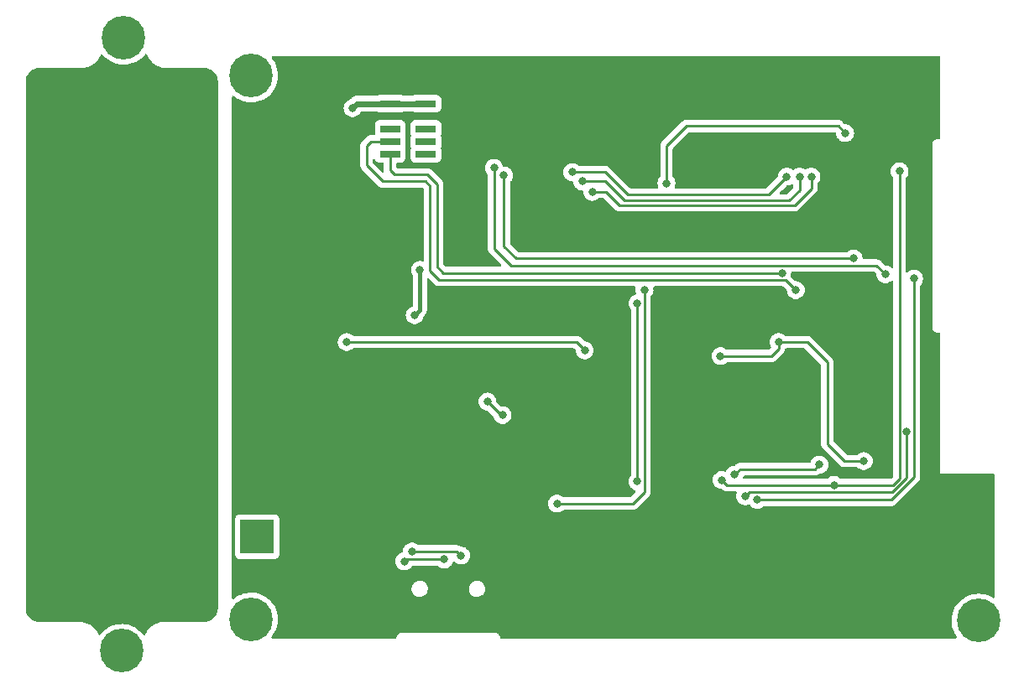
<source format=gbl>
G04 #@! TF.GenerationSoftware,KiCad,Pcbnew,(6.0.11)*
G04 #@! TF.CreationDate,2023-03-03T14:47:03+07:00*
G04 #@! TF.ProjectId,chargerV1,63686172-6765-4725-9631-2e6b69636164,rev?*
G04 #@! TF.SameCoordinates,Original*
G04 #@! TF.FileFunction,Copper,L2,Bot*
G04 #@! TF.FilePolarity,Positive*
%FSLAX46Y46*%
G04 Gerber Fmt 4.6, Leading zero omitted, Abs format (unit mm)*
G04 Created by KiCad (PCBNEW (6.0.11)) date 2023-03-03 14:47:03*
%MOMM*%
%LPD*%
G01*
G04 APERTURE LIST*
G04 #@! TA.AperFunction,ComponentPad*
%ADD10C,0.300000*%
G04 #@! TD*
G04 #@! TA.AperFunction,HeatsinkPad*
%ADD11C,0.475000*%
G04 #@! TD*
G04 #@! TA.AperFunction,ComponentPad*
%ADD12C,0.700000*%
G04 #@! TD*
G04 #@! TA.AperFunction,ComponentPad*
%ADD13C,4.400000*%
G04 #@! TD*
G04 #@! TA.AperFunction,ComponentPad*
%ADD14C,0.500000*%
G04 #@! TD*
G04 #@! TA.AperFunction,SMDPad,CuDef*
%ADD15R,1.600000X1.600000*%
G04 #@! TD*
G04 #@! TA.AperFunction,ComponentPad*
%ADD16O,1.000000X2.100000*%
G04 #@! TD*
G04 #@! TA.AperFunction,ComponentPad*
%ADD17O,1.000000X1.600000*%
G04 #@! TD*
G04 #@! TA.AperFunction,ComponentPad*
%ADD18R,3.500000X3.500000*%
G04 #@! TD*
G04 #@! TA.AperFunction,ComponentPad*
%ADD19C,3.500000*%
G04 #@! TD*
G04 #@! TA.AperFunction,SMDPad,CuDef*
%ADD20R,2.100000X0.750000*%
G04 #@! TD*
G04 #@! TA.AperFunction,ViaPad*
%ADD21C,0.800000*%
G04 #@! TD*
G04 #@! TA.AperFunction,Conductor*
%ADD22C,0.250000*%
G04 #@! TD*
G04 #@! TA.AperFunction,Conductor*
%ADD23C,0.600000*%
G04 #@! TD*
G04 #@! TA.AperFunction,Conductor*
%ADD24C,0.400000*%
G04 #@! TD*
G04 APERTURE END LIST*
D10*
X72250000Y-51607500D03*
X71300000Y-52182500D03*
X72250000Y-52757500D03*
X73200000Y-52182500D03*
D11*
X122485000Y-47582500D03*
X125535000Y-46057500D03*
X125535000Y-47582500D03*
X123247500Y-48345000D03*
X123247500Y-45295000D03*
X124010000Y-47582500D03*
X124772500Y-48345000D03*
X123247500Y-46820000D03*
X124772500Y-45295000D03*
X124010000Y-46057500D03*
X122485000Y-46057500D03*
X124772500Y-46820000D03*
D12*
X49362614Y-26328274D03*
X51696066Y-28661726D03*
X50529340Y-25845000D03*
X52179340Y-27495000D03*
X48879340Y-27495000D03*
D13*
X50529340Y-27495000D03*
D12*
X50529340Y-29145000D03*
X49362614Y-28661726D03*
X51696066Y-26328274D03*
D14*
X86920000Y-72350000D03*
X85820000Y-72350000D03*
X86920000Y-71250000D03*
X85820000Y-71250000D03*
D15*
X86370000Y-71800000D03*
D12*
X64562926Y-87376726D03*
X62229474Y-85043274D03*
X63396200Y-87860000D03*
X63396200Y-84560000D03*
X65046200Y-86210000D03*
X64562926Y-85043274D03*
X61746200Y-86210000D03*
X62229474Y-87376726D03*
D13*
X63396200Y-86210000D03*
D12*
X135573274Y-85173274D03*
X135090000Y-86340000D03*
X137906726Y-85173274D03*
X138390000Y-86340000D03*
X137906726Y-87506726D03*
X136740000Y-84690000D03*
X135573274Y-87506726D03*
X136740000Y-87990000D03*
D13*
X136740000Y-86340000D03*
D12*
X62233274Y-32466726D03*
X63400000Y-29650000D03*
X63400000Y-32950000D03*
X64566726Y-30133274D03*
D13*
X63400000Y-31300000D03*
D12*
X61750000Y-31300000D03*
X65050000Y-31300000D03*
X62233274Y-30133274D03*
X64566726Y-32466726D03*
X48690000Y-89400000D03*
X51506726Y-90566726D03*
X50340000Y-87750000D03*
X50340000Y-91050000D03*
X51990000Y-89400000D03*
X49173274Y-90566726D03*
X51506726Y-88233274D03*
D13*
X50340000Y-89400000D03*
D12*
X49173274Y-88233274D03*
D16*
X87600000Y-82455000D03*
X78960000Y-82455000D03*
D17*
X87600000Y-86635000D03*
X78960000Y-86635000D03*
D18*
X64000000Y-77870000D03*
D19*
X136000000Y-77870000D03*
D20*
X77410000Y-34140000D03*
X81010000Y-34140000D03*
X77410000Y-35410000D03*
X81010000Y-35410000D03*
X77410000Y-36680000D03*
X81010000Y-36680000D03*
X77410000Y-37950000D03*
X81010000Y-37950000D03*
X77410000Y-39220000D03*
X81010000Y-39220000D03*
D21*
X123250000Y-61750000D03*
X83750000Y-42750000D03*
X109990000Y-40160000D03*
X86700000Y-60680000D03*
X112000000Y-66000000D03*
X107000000Y-55250000D03*
X107250000Y-76000000D03*
X50590000Y-71230000D03*
X67500000Y-71750000D03*
X107990000Y-40160000D03*
X66330000Y-37350000D03*
X51590000Y-70230000D03*
X113000000Y-66000000D03*
X109990000Y-39160000D03*
X64330000Y-37350000D03*
X49980000Y-56260000D03*
X66330000Y-38350000D03*
X67500000Y-72750000D03*
X88700000Y-59680000D03*
X48980000Y-56260000D03*
X70500000Y-73750000D03*
X83750000Y-43750000D03*
X69500000Y-71750000D03*
X131750000Y-85750000D03*
X107000000Y-56250000D03*
X108990000Y-39160000D03*
X66330000Y-36350000D03*
X92590000Y-72340000D03*
X106000000Y-54250000D03*
X124250000Y-62750000D03*
X81500000Y-76250000D03*
X51980000Y-56260000D03*
X91590000Y-71340000D03*
X84750000Y-43750000D03*
X84750000Y-45750000D03*
X92590000Y-71340000D03*
X65330000Y-37350000D03*
X48590000Y-71230000D03*
X92590000Y-70340000D03*
X107250000Y-77000000D03*
X87700000Y-59680000D03*
X112000000Y-65000000D03*
X64330000Y-36350000D03*
X124250000Y-63750000D03*
X48980000Y-55260000D03*
X85750000Y-43750000D03*
X108000000Y-56250000D03*
X115000000Y-65000000D03*
X86700000Y-59680000D03*
X114000000Y-64000000D03*
X85750000Y-45750000D03*
X113000000Y-65000000D03*
X88490000Y-80130000D03*
X126100000Y-42000000D03*
X50590000Y-70230000D03*
X103750000Y-47000000D03*
X96580000Y-84880000D03*
X51590000Y-71230000D03*
X106250000Y-76000000D03*
X83500000Y-76250000D03*
X50980000Y-56260000D03*
X108990000Y-41160000D03*
X131750000Y-84750000D03*
X91590000Y-70340000D03*
X107990000Y-42160000D03*
X50980000Y-55260000D03*
X48590000Y-70230000D03*
X48560000Y-48450000D03*
X107000000Y-54250000D03*
X129750000Y-85750000D03*
X95580000Y-84880000D03*
X68500000Y-73750000D03*
X108990000Y-40160000D03*
X113000000Y-64000000D03*
X66330000Y-39350000D03*
X87490000Y-80130000D03*
X132750000Y-84750000D03*
X64330000Y-39350000D03*
X108000000Y-55250000D03*
X107250000Y-75000000D03*
X131750000Y-83750000D03*
X87700000Y-60680000D03*
X112000000Y-64000000D03*
X114000000Y-66000000D03*
X130750000Y-84750000D03*
X109000000Y-56250000D03*
X94750000Y-53000000D03*
X107990000Y-41160000D03*
X130750000Y-83750000D03*
X132750000Y-83750000D03*
X129750000Y-83750000D03*
X124250000Y-61750000D03*
X123250000Y-64750000D03*
X124600000Y-42000000D03*
X83750000Y-44750000D03*
X65330000Y-39350000D03*
X67500000Y-73750000D03*
X94580000Y-85880000D03*
X69500000Y-73750000D03*
X123250000Y-63750000D03*
X70500000Y-71750000D03*
X84750000Y-44750000D03*
X106250000Y-75000000D03*
X88700000Y-60680000D03*
X85750000Y-42750000D03*
X68500000Y-71750000D03*
X84500000Y-76250000D03*
X84750000Y-42750000D03*
X109990000Y-42160000D03*
X123250000Y-62750000D03*
X68500000Y-72750000D03*
X69500000Y-72750000D03*
X51980000Y-55260000D03*
X93580000Y-84880000D03*
X123100000Y-42000000D03*
X105500000Y-45750000D03*
X129750000Y-84750000D03*
X130750000Y-85750000D03*
X107990000Y-39160000D03*
X65330000Y-38350000D03*
X132750000Y-85750000D03*
X65330000Y-36350000D03*
X106250000Y-74000000D03*
X108000000Y-54250000D03*
X64330000Y-38350000D03*
X93750000Y-53000000D03*
X108990000Y-42160000D03*
X91590000Y-72340000D03*
X124250000Y-64750000D03*
X107250000Y-74000000D03*
X109000000Y-55250000D03*
X106250000Y-77000000D03*
X83750000Y-45750000D03*
X47560000Y-47450000D03*
X47560000Y-48450000D03*
X106000000Y-56250000D03*
X109000000Y-54250000D03*
X85750000Y-44750000D03*
X109990000Y-41160000D03*
X96580000Y-85880000D03*
X115000000Y-64000000D03*
X87860000Y-68740000D03*
X82500000Y-76250000D03*
X70500000Y-72750000D03*
X114000000Y-65000000D03*
X49980000Y-55260000D03*
X93580000Y-85880000D03*
X95580000Y-85880000D03*
X94580000Y-84880000D03*
X49590000Y-70230000D03*
X48560000Y-47450000D03*
X106000000Y-55250000D03*
X115000000Y-66000000D03*
X49590000Y-71230000D03*
X94240500Y-74530000D03*
X103064500Y-52950000D03*
X82870000Y-80170000D03*
X78850000Y-80360000D03*
X84550000Y-79770000D03*
X79610000Y-79360000D03*
X110730000Y-59630000D03*
X116597299Y-58212701D03*
X125180000Y-70230000D03*
X128800000Y-40960000D03*
X110860000Y-72140000D03*
X122190000Y-72645500D03*
X97040000Y-59050000D03*
X73030000Y-58210000D03*
X95790000Y-41050000D03*
X117410000Y-41500000D03*
X96790000Y-41990000D03*
X118700000Y-41500000D03*
X97790000Y-43040000D03*
X119910000Y-41500000D03*
X130250000Y-51800000D03*
X114460000Y-74150000D03*
X124150000Y-49760500D03*
X88890000Y-41390000D03*
X87890000Y-40630000D03*
X127360000Y-51360000D03*
X80410000Y-50920000D03*
X73620000Y-34580000D03*
X79880000Y-55490000D03*
X118325000Y-52965000D03*
X116940000Y-51225500D03*
X129524500Y-67275500D03*
X113224500Y-73790000D03*
X112150000Y-71600000D03*
X120700000Y-70600000D03*
X102340000Y-72290000D03*
X102340000Y-54300000D03*
X105280000Y-42180000D03*
X123300000Y-37100000D03*
X87225000Y-64225000D03*
X88750000Y-65590000D03*
D22*
X103064500Y-73335500D02*
X103064500Y-52950000D01*
X94240500Y-74530000D02*
X101870000Y-74530000D01*
X101870000Y-74530000D02*
X103064500Y-73335500D01*
X78850000Y-80360000D02*
X79040000Y-80170000D01*
X79040000Y-80170000D02*
X82870000Y-80170000D01*
X79610000Y-79360000D02*
X84140000Y-79360000D01*
X84140000Y-79360000D02*
X84550000Y-79770000D01*
X121500000Y-68500000D02*
X121500000Y-60250000D01*
X121500000Y-60250000D02*
X119462701Y-58212701D01*
X116597299Y-58212701D02*
X116597299Y-58902701D01*
X125180000Y-70230000D02*
X123230000Y-70230000D01*
X119462701Y-58212701D02*
X116597299Y-58212701D01*
X116597299Y-58902701D02*
X115870000Y-59630000D01*
X115870000Y-59630000D02*
X110730000Y-59630000D01*
X123230000Y-70230000D02*
X121500000Y-68500000D01*
X122190000Y-72645500D02*
X128181708Y-72645500D01*
X128800000Y-72027208D02*
X128800000Y-40960000D01*
X111365500Y-72645500D02*
X122190000Y-72645500D01*
X128181708Y-72645500D02*
X128800000Y-72027208D01*
X110860000Y-72140000D02*
X111365500Y-72645500D01*
X96200000Y-58210000D02*
X97040000Y-59050000D01*
X73030000Y-58210000D02*
X96200000Y-58210000D01*
X95790000Y-41050000D02*
X99100000Y-41050000D01*
X115597212Y-43312788D02*
X117410000Y-41500000D01*
X99100000Y-41050000D02*
X101362788Y-43312788D01*
X101362788Y-43312788D02*
X115597212Y-43312788D01*
X101030000Y-43920000D02*
X117680000Y-43920000D01*
X96790000Y-41990000D02*
X99100000Y-41990000D01*
X99100000Y-41990000D02*
X101030000Y-43920000D01*
X117680000Y-43920000D02*
X118700000Y-42900000D01*
X118700000Y-42900000D02*
X118700000Y-41500000D01*
X119910000Y-42670000D02*
X119910000Y-41500000D01*
X100530000Y-44370000D02*
X118210000Y-44370000D01*
X99200000Y-43040000D02*
X100530000Y-44370000D01*
X118210000Y-44370000D02*
X119910000Y-42670000D01*
X97790000Y-43040000D02*
X99200000Y-43040000D01*
X114470000Y-74160000D02*
X127940000Y-74160000D01*
X114460000Y-74150000D02*
X114470000Y-74160000D01*
X130250000Y-71850000D02*
X130250000Y-51800000D01*
X127940000Y-74160000D02*
X130250000Y-71850000D01*
X90100500Y-49760500D02*
X124150000Y-49760500D01*
X88890000Y-48550000D02*
X90100500Y-49760500D01*
X88890000Y-41390000D02*
X88890000Y-48550000D01*
X89585000Y-50485000D02*
X126485000Y-50485000D01*
X126485000Y-50485000D02*
X127360000Y-51360000D01*
X87890000Y-48790000D02*
X89585000Y-50485000D01*
X87890000Y-40630000D02*
X87890000Y-48790000D01*
D23*
X74060000Y-34140000D02*
X77410000Y-34140000D01*
D24*
X80410000Y-54960000D02*
X79880000Y-55490000D01*
D23*
X73620000Y-34580000D02*
X74060000Y-34140000D01*
X77410000Y-34140000D02*
X81010000Y-34140000D01*
D24*
X80410000Y-50920000D02*
X80410000Y-54960000D01*
D22*
X118325000Y-52965000D02*
X117310000Y-51950000D01*
X80940000Y-41990000D02*
X76650000Y-41990000D01*
X76650000Y-41990000D02*
X75030000Y-40370000D01*
X82360000Y-51950000D02*
X81440000Y-51030000D01*
X75460000Y-37950000D02*
X77410000Y-37950000D01*
X81440000Y-42490000D02*
X80940000Y-41990000D01*
X81440000Y-51030000D02*
X81440000Y-42490000D01*
X75030000Y-40370000D02*
X75030000Y-38380000D01*
X117310000Y-51950000D02*
X82360000Y-51950000D01*
X75030000Y-38380000D02*
X75460000Y-37950000D01*
X77410000Y-40830000D02*
X77860000Y-41280000D01*
X82140000Y-50610000D02*
X82755500Y-51225500D01*
X77410000Y-39220000D02*
X77410000Y-40830000D01*
X82755500Y-51225500D02*
X116940000Y-51225500D01*
X81160000Y-41280000D02*
X82140000Y-42260000D01*
X82140000Y-42260000D02*
X82140000Y-50610000D01*
X77860000Y-41280000D02*
X81160000Y-41280000D01*
X113644500Y-73370000D02*
X128093604Y-73370000D01*
X113224500Y-73790000D02*
X113644500Y-73370000D01*
X129524500Y-71939104D02*
X129524500Y-67275500D01*
X128093604Y-73370000D02*
X129524500Y-71939104D01*
X112700000Y-71050000D02*
X120250000Y-71050000D01*
X112150000Y-71600000D02*
X112700000Y-71050000D01*
X120250000Y-71050000D02*
X120700000Y-70600000D01*
X122600000Y-36400000D02*
X107300000Y-36400000D01*
X107300000Y-36400000D02*
X105280000Y-38420000D01*
X123300000Y-37100000D02*
X122600000Y-36400000D01*
X105280000Y-38420000D02*
X105280000Y-42180000D01*
X102340000Y-72290000D02*
X102340000Y-54300000D01*
X88590000Y-65590000D02*
X87225000Y-64225000D01*
X88750000Y-65590000D02*
X88590000Y-65590000D01*
G04 #@! TA.AperFunction,Conductor*
G36*
X52869445Y-29125977D02*
G01*
X52896112Y-29170872D01*
X52927119Y-29262213D01*
X53043108Y-29497411D01*
X53188805Y-29715458D01*
X53361717Y-29912621D01*
X53364813Y-29915336D01*
X53364819Y-29915342D01*
X53555779Y-30082804D01*
X53555786Y-30082810D01*
X53558885Y-30085527D01*
X53776935Y-30231219D01*
X54012136Y-30347202D01*
X54016031Y-30348524D01*
X54016038Y-30348527D01*
X54198917Y-30410601D01*
X54260465Y-30431492D01*
X54264507Y-30432296D01*
X54264511Y-30432297D01*
X54513633Y-30481844D01*
X54513635Y-30481844D01*
X54517671Y-30482647D01*
X54521780Y-30482916D01*
X54521786Y-30482917D01*
X54745891Y-30497600D01*
X54758549Y-30499075D01*
X54761757Y-30499614D01*
X54766999Y-30500496D01*
X54779353Y-30500647D01*
X54784177Y-30499956D01*
X54805995Y-30496831D01*
X54824024Y-30495558D01*
X56166228Y-30497296D01*
X58591020Y-30500436D01*
X58610239Y-30501937D01*
X58624947Y-30504228D01*
X58624954Y-30504228D01*
X58633823Y-30505609D01*
X58647459Y-30503826D01*
X58673674Y-30503150D01*
X58849045Y-30516952D01*
X58868572Y-30520045D01*
X59062833Y-30566683D01*
X59081627Y-30572789D01*
X59266209Y-30649245D01*
X59283807Y-30658212D01*
X59454154Y-30762602D01*
X59470145Y-30774221D01*
X59622055Y-30903964D01*
X59636036Y-30917945D01*
X59765779Y-31069855D01*
X59777398Y-31085846D01*
X59881788Y-31256193D01*
X59890755Y-31273791D01*
X59911748Y-31324473D01*
X59967209Y-31458368D01*
X59973319Y-31477172D01*
X60019955Y-31671427D01*
X60023048Y-31690955D01*
X60036305Y-31859400D01*
X60035675Y-31875972D01*
X60035882Y-31875975D01*
X60035772Y-31884952D01*
X60034391Y-31893823D01*
X60035555Y-31902725D01*
X60035555Y-31902728D01*
X60038436Y-31924756D01*
X60039500Y-31941093D01*
X60039500Y-45991426D01*
X60039498Y-45992196D01*
X60039031Y-46068624D01*
X60039740Y-46071106D01*
X60040000Y-46074912D01*
X60040000Y-60922764D01*
X60039839Y-60924931D01*
X60039740Y-60925261D01*
X60039733Y-60926345D01*
X60039733Y-60926350D01*
X60039533Y-60959169D01*
X60039501Y-60959925D01*
X60039333Y-60961009D01*
X60039333Y-60991426D01*
X60039331Y-60992196D01*
X60038864Y-61068624D01*
X60039244Y-61069953D01*
X60039333Y-61071263D01*
X60039333Y-85021259D01*
X60037833Y-85040643D01*
X60034224Y-85063823D01*
X60035388Y-85072726D01*
X60035388Y-85072727D01*
X60036021Y-85077571D01*
X60036702Y-85103706D01*
X60023155Y-85277316D01*
X60020114Y-85296685D01*
X59975039Y-85486095D01*
X59974247Y-85489421D01*
X59968238Y-85508083D01*
X59893026Y-85691373D01*
X59884194Y-85708877D01*
X59781465Y-85878270D01*
X59770025Y-85894192D01*
X59642250Y-86045613D01*
X59628479Y-86059567D01*
X59486026Y-86183037D01*
X59478778Y-86189319D01*
X59463009Y-86200969D01*
X59294979Y-86305935D01*
X59277594Y-86314997D01*
X59095315Y-86392627D01*
X59076734Y-86398882D01*
X58968646Y-86426121D01*
X58884621Y-86447296D01*
X58865301Y-86450592D01*
X58795539Y-86456965D01*
X58698657Y-86465816D01*
X58682186Y-86465404D01*
X58682186Y-86465609D01*
X58673212Y-86465618D01*
X58664322Y-86464354D01*
X58637208Y-86468265D01*
X58619376Y-86469556D01*
X56454549Y-86472202D01*
X54627997Y-86474435D01*
X54606944Y-86472690D01*
X54592791Y-86470309D01*
X54592782Y-86470308D01*
X54588001Y-86469504D01*
X54575647Y-86469353D01*
X54570824Y-86470044D01*
X54570821Y-86470044D01*
X54569949Y-86470169D01*
X54560340Y-86471170D01*
X54318081Y-86487055D01*
X54318076Y-86487056D01*
X54313968Y-86487325D01*
X54217522Y-86506512D01*
X54060817Y-86537686D01*
X54060810Y-86537688D01*
X54056768Y-86538492D01*
X53808447Y-86622791D01*
X53767816Y-86642829D01*
X53576953Y-86736957D01*
X53576950Y-86736959D01*
X53573253Y-86738782D01*
X53518494Y-86775372D01*
X53358644Y-86882183D01*
X53358640Y-86882186D01*
X53355210Y-86884478D01*
X53158050Y-87057388D01*
X52985145Y-87254553D01*
X52839455Y-87472599D01*
X52723471Y-87707796D01*
X52722151Y-87711686D01*
X52722145Y-87711701D01*
X52714075Y-87735476D01*
X52673238Y-87793552D01*
X52607486Y-87820331D01*
X52537693Y-87807310D01*
X52495407Y-87772463D01*
X52369377Y-87610863D01*
X52139738Y-87380018D01*
X52039690Y-87301146D01*
X51887010Y-87180783D01*
X51884029Y-87178433D01*
X51605954Y-87009029D01*
X51487453Y-86955150D01*
X51312994Y-86875827D01*
X51312986Y-86875824D01*
X51309542Y-86874258D01*
X50999085Y-86776073D01*
X50813164Y-86741111D01*
X50682805Y-86716597D01*
X50682800Y-86716596D01*
X50679081Y-86715897D01*
X50354166Y-86694601D01*
X50350386Y-86694809D01*
X50350385Y-86694809D01*
X50253156Y-86700160D01*
X50029045Y-86712494D01*
X50025318Y-86713155D01*
X50025314Y-86713155D01*
X49766625Y-86759001D01*
X49708429Y-86769315D01*
X49704804Y-86770420D01*
X49704799Y-86770421D01*
X49503196Y-86831866D01*
X49396961Y-86864244D01*
X49393497Y-86865775D01*
X49393490Y-86865778D01*
X49209938Y-86946926D01*
X49099153Y-86995903D01*
X49095899Y-86997839D01*
X49095893Y-86997842D01*
X48822578Y-87160447D01*
X48819319Y-87162386D01*
X48816318Y-87164701D01*
X48816314Y-87164704D01*
X48695406Y-87257984D01*
X48561513Y-87361282D01*
X48558812Y-87363941D01*
X48558805Y-87363947D01*
X48332177Y-87587044D01*
X48329469Y-87589710D01*
X48327105Y-87592677D01*
X48327102Y-87592680D01*
X48198504Y-87754061D01*
X48140409Y-87794870D01*
X48069472Y-87797793D01*
X48008217Y-87761900D01*
X47980654Y-87716050D01*
X47977849Y-87707787D01*
X47931525Y-87613858D01*
X47863686Y-87476307D01*
X47863684Y-87476304D01*
X47861857Y-87472599D01*
X47859563Y-87469166D01*
X47859561Y-87469162D01*
X47718456Y-87257998D01*
X47716161Y-87254563D01*
X47543255Y-87057408D01*
X47434072Y-86961659D01*
X47349186Y-86887217D01*
X47349181Y-86887213D01*
X47346094Y-86884506D01*
X47128054Y-86738816D01*
X46892864Y-86622831D01*
X46644548Y-86538534D01*
X46640501Y-86537729D01*
X46640494Y-86537727D01*
X46391396Y-86488171D01*
X46391391Y-86488170D01*
X46387353Y-86487367D01*
X46383246Y-86487098D01*
X46383241Y-86487097D01*
X46287946Y-86480848D01*
X46159124Y-86472400D01*
X46146475Y-86470924D01*
X46138034Y-86469504D01*
X46131840Y-86469428D01*
X46130547Y-86469412D01*
X46130541Y-86469412D01*
X46125680Y-86469353D01*
X46120864Y-86470042D01*
X46120856Y-86470043D01*
X46098989Y-86473174D01*
X46080981Y-86474446D01*
X45335728Y-86473545D01*
X42047321Y-86469569D01*
X42024791Y-86467510D01*
X42009635Y-86464735D01*
X41995739Y-86466177D01*
X41969680Y-86466171D01*
X41798188Y-86448299D01*
X41779075Y-86444802D01*
X41670335Y-86416078D01*
X41589083Y-86394615D01*
X41570729Y-86388216D01*
X41390721Y-86309408D01*
X41373570Y-86300262D01*
X41207835Y-86194711D01*
X41192294Y-86183037D01*
X41044754Y-86053242D01*
X41031194Y-86039316D01*
X40905372Y-85888371D01*
X40894126Y-85872541D01*
X40793010Y-85704030D01*
X40784329Y-85686650D01*
X40710342Y-85504612D01*
X40704434Y-85486095D01*
X40659325Y-85294842D01*
X40656335Y-85275635D01*
X40643597Y-85110979D01*
X40644252Y-85094028D01*
X40644118Y-85094026D01*
X40644228Y-85085047D01*
X40645609Y-85076177D01*
X40641564Y-85045243D01*
X40640500Y-85028907D01*
X40640500Y-31952576D01*
X40642246Y-31931671D01*
X40644689Y-31917148D01*
X40645496Y-31912354D01*
X40645647Y-31900000D01*
X40644305Y-31890630D01*
X40643421Y-31862885D01*
X40656952Y-31690955D01*
X40660045Y-31671427D01*
X40706681Y-31477172D01*
X40712791Y-31458368D01*
X40768252Y-31324473D01*
X40789245Y-31273791D01*
X40798212Y-31256193D01*
X40902602Y-31085846D01*
X40914221Y-31069855D01*
X41043964Y-30917945D01*
X41057945Y-30903964D01*
X41209855Y-30774221D01*
X41225846Y-30762602D01*
X41396193Y-30658212D01*
X41413791Y-30649245D01*
X41598373Y-30572789D01*
X41617167Y-30566683D01*
X41811428Y-30520045D01*
X41830955Y-30516952D01*
X41975081Y-30505609D01*
X41999400Y-30503695D01*
X42015975Y-30504325D01*
X42015978Y-30504118D01*
X42024952Y-30504228D01*
X42033823Y-30505609D01*
X42042725Y-30504445D01*
X42042727Y-30504445D01*
X42065132Y-30501516D01*
X42081319Y-30500453D01*
X44493867Y-30497640D01*
X46276998Y-30495561D01*
X46298039Y-30497306D01*
X46316999Y-30500496D01*
X46329353Y-30500647D01*
X46334176Y-30499956D01*
X46334179Y-30499956D01*
X46335051Y-30499831D01*
X46344660Y-30498830D01*
X46586919Y-30482945D01*
X46586924Y-30482944D01*
X46591032Y-30482675D01*
X46687478Y-30463488D01*
X46844183Y-30432314D01*
X46844190Y-30432312D01*
X46848232Y-30431508D01*
X47096553Y-30347209D01*
X47204608Y-30293919D01*
X47328047Y-30233043D01*
X47328050Y-30233041D01*
X47331747Y-30231218D01*
X47479070Y-30132777D01*
X47546356Y-30087817D01*
X47546360Y-30087814D01*
X47549790Y-30085522D01*
X47746950Y-29912612D01*
X47919855Y-29715447D01*
X48065545Y-29497401D01*
X48181529Y-29262204D01*
X48197679Y-29214628D01*
X48238513Y-29156553D01*
X48304266Y-29129773D01*
X48374058Y-29142793D01*
X48417154Y-29178687D01*
X48479038Y-29259775D01*
X48479043Y-29259781D01*
X48481338Y-29262788D01*
X48540286Y-29323300D01*
X48692274Y-29479319D01*
X48708548Y-29496025D01*
X48962132Y-29700276D01*
X49238418Y-29872583D01*
X49533403Y-30010451D01*
X49537012Y-30011634D01*
X49806312Y-30099915D01*
X49842814Y-30111881D01*
X50162170Y-30175405D01*
X50165942Y-30175692D01*
X50165950Y-30175693D01*
X50483068Y-30199815D01*
X50483073Y-30199815D01*
X50486845Y-30200102D01*
X50812135Y-30185615D01*
X51133329Y-30132154D01*
X51445774Y-30040493D01*
X51744944Y-29911959D01*
X51748222Y-29910055D01*
X51748228Y-29910052D01*
X51988350Y-29770577D01*
X52026505Y-29748415D01*
X52286380Y-29552230D01*
X52408763Y-29434253D01*
X52518070Y-29328881D01*
X52518073Y-29328877D01*
X52520804Y-29326245D01*
X52679088Y-29131823D01*
X52737606Y-29091625D01*
X52808569Y-29089445D01*
X52869445Y-29125977D01*
G37*
G04 #@! TD.AperFunction*
G04 #@! TA.AperFunction,Conductor*
G36*
X132842106Y-29371015D02*
G01*
X132888606Y-29424664D01*
X132900000Y-29477022D01*
X132900000Y-37613500D01*
X132879998Y-37681621D01*
X132826342Y-37728114D01*
X132774000Y-37739500D01*
X132604824Y-37739500D01*
X132604054Y-37739498D01*
X132603283Y-37739493D01*
X132527626Y-37739031D01*
X132499768Y-37746993D01*
X132483009Y-37750571D01*
X132473606Y-37751917D01*
X132463221Y-37753404D01*
X132463220Y-37753404D01*
X132454332Y-37754677D01*
X132446158Y-37758393D01*
X132446156Y-37758394D01*
X132431462Y-37765075D01*
X132413938Y-37771523D01*
X132398405Y-37775962D01*
X132398401Y-37775964D01*
X132389779Y-37778428D01*
X132382191Y-37783215D01*
X132382192Y-37783215D01*
X132365274Y-37793889D01*
X132350192Y-37802026D01*
X132331998Y-37810298D01*
X132331995Y-37810300D01*
X132323822Y-37814016D01*
X132317019Y-37819878D01*
X132304787Y-37830418D01*
X132289774Y-37841527D01*
X132268530Y-37854930D01*
X132262587Y-37861659D01*
X132262585Y-37861661D01*
X132249353Y-37876644D01*
X132237159Y-37888690D01*
X132222014Y-37901740D01*
X132215213Y-37907600D01*
X132201546Y-37928686D01*
X132190261Y-37943554D01*
X132173627Y-37962388D01*
X132163182Y-37984635D01*
X132161317Y-37988607D01*
X132152996Y-38003587D01*
X132142119Y-38020369D01*
X132142118Y-38020372D01*
X132137235Y-38027905D01*
X132130035Y-38051981D01*
X132123379Y-38069411D01*
X132112697Y-38092163D01*
X132111316Y-38101032D01*
X132108240Y-38120787D01*
X132104457Y-38137505D01*
X132098728Y-38156660D01*
X132098727Y-38156668D01*
X132096157Y-38165261D01*
X132095972Y-38195581D01*
X132095950Y-38199169D01*
X132095918Y-38199925D01*
X132095750Y-38201009D01*
X132095750Y-38231426D01*
X132095748Y-38232196D01*
X132095281Y-38308624D01*
X132095661Y-38309953D01*
X132095750Y-38311263D01*
X132095750Y-56731426D01*
X132095748Y-56732196D01*
X132095281Y-56808624D01*
X132097747Y-56817251D01*
X132103242Y-56836476D01*
X132106821Y-56853241D01*
X132110927Y-56881918D01*
X132114643Y-56890092D01*
X132114644Y-56890094D01*
X132121325Y-56904788D01*
X132127773Y-56922312D01*
X132132212Y-56937845D01*
X132132214Y-56937849D01*
X132134678Y-56946471D01*
X132139465Y-56954058D01*
X132150139Y-56970976D01*
X132158276Y-56986058D01*
X132166548Y-57004252D01*
X132166550Y-57004255D01*
X132170266Y-57012428D01*
X132176128Y-57019231D01*
X132186668Y-57031463D01*
X132197777Y-57046476D01*
X132211180Y-57067720D01*
X132217909Y-57073663D01*
X132217911Y-57073665D01*
X132232894Y-57086897D01*
X132244940Y-57099091D01*
X132257990Y-57114236D01*
X132263850Y-57121037D01*
X132284936Y-57134704D01*
X132299804Y-57145989D01*
X132318638Y-57162623D01*
X132344857Y-57174933D01*
X132359837Y-57183254D01*
X132376619Y-57194131D01*
X132376622Y-57194132D01*
X132384155Y-57199015D01*
X132408231Y-57206215D01*
X132425661Y-57212871D01*
X132448413Y-57223553D01*
X132457282Y-57224934D01*
X132477037Y-57228010D01*
X132493755Y-57231793D01*
X132512910Y-57237522D01*
X132512918Y-57237523D01*
X132521511Y-57240093D01*
X132530482Y-57240148D01*
X132530483Y-57240148D01*
X132535212Y-57240177D01*
X132555432Y-57240301D01*
X132556175Y-57240332D01*
X132557259Y-57240500D01*
X132587676Y-57240500D01*
X132588447Y-57240502D01*
X132664874Y-57240969D01*
X132666203Y-57240589D01*
X132667513Y-57240500D01*
X132774000Y-57240500D01*
X132842121Y-57260502D01*
X132888614Y-57314158D01*
X132900000Y-57366500D01*
X132900000Y-71500000D01*
X138254000Y-71500000D01*
X138322121Y-71520002D01*
X138368614Y-71573658D01*
X138380000Y-71626000D01*
X138380000Y-83952599D01*
X138359998Y-84020720D01*
X138306342Y-84067213D01*
X138236068Y-84077317D01*
X138188447Y-84060204D01*
X138041111Y-83970447D01*
X138005954Y-83949029D01*
X137873464Y-83888789D01*
X137712994Y-83815827D01*
X137712986Y-83815824D01*
X137709542Y-83814258D01*
X137399085Y-83716073D01*
X137195924Y-83677869D01*
X137082805Y-83656597D01*
X137082800Y-83656596D01*
X137079081Y-83655897D01*
X136754166Y-83634601D01*
X136750386Y-83634809D01*
X136750385Y-83634809D01*
X136653156Y-83640160D01*
X136429045Y-83652494D01*
X136425318Y-83653155D01*
X136425314Y-83653155D01*
X136240961Y-83685827D01*
X136108429Y-83709315D01*
X136104804Y-83710420D01*
X136104799Y-83710421D01*
X135903196Y-83771866D01*
X135796961Y-83804244D01*
X135793497Y-83805775D01*
X135793490Y-83805778D01*
X135704168Y-83845267D01*
X135499153Y-83935903D01*
X135495899Y-83937839D01*
X135495893Y-83937842D01*
X135261456Y-84077317D01*
X135219319Y-84102386D01*
X135216318Y-84104701D01*
X135216314Y-84104704D01*
X135138611Y-84164652D01*
X134961513Y-84301282D01*
X134958812Y-84303941D01*
X134958805Y-84303947D01*
X134732177Y-84527044D01*
X134729469Y-84529710D01*
X134526548Y-84784360D01*
X134355690Y-85061544D01*
X134219369Y-85357247D01*
X134218210Y-85360848D01*
X134218207Y-85360854D01*
X134152575Y-85564663D01*
X134119560Y-85667185D01*
X134118841Y-85670901D01*
X134118839Y-85670909D01*
X134058428Y-85983151D01*
X134058427Y-85983160D01*
X134057709Y-85986870D01*
X134057442Y-85990646D01*
X134057441Y-85990651D01*
X134034980Y-86307880D01*
X134034712Y-86311669D01*
X134034901Y-86315461D01*
X134046067Y-86539750D01*
X134050902Y-86636879D01*
X134051543Y-86640610D01*
X134051544Y-86640618D01*
X134097871Y-86910218D01*
X134106045Y-86957789D01*
X134107133Y-86961428D01*
X134107134Y-86961431D01*
X134173313Y-87182716D01*
X134199341Y-87269749D01*
X134329439Y-87568242D01*
X134331362Y-87571514D01*
X134331364Y-87571517D01*
X134387717Y-87667377D01*
X134494455Y-87848944D01*
X134516557Y-87877905D01*
X134569333Y-87947058D01*
X134594760Y-88013345D01*
X134580313Y-88082856D01*
X134530579Y-88133522D01*
X134469170Y-88149500D01*
X88616959Y-88149500D01*
X88548838Y-88129498D01*
X88502345Y-88075842D01*
X88494430Y-88038932D01*
X88492133Y-88039247D01*
X88490914Y-88030351D01*
X88490969Y-88021376D01*
X88488503Y-88012746D01*
X88488502Y-88012742D01*
X88478411Y-87977435D01*
X88475923Y-87967099D01*
X88475051Y-87962658D01*
X88475051Y-87962657D01*
X88474188Y-87958265D01*
X88472711Y-87954039D01*
X88472709Y-87954031D01*
X88468494Y-87941970D01*
X88466291Y-87935029D01*
X88458696Y-87908456D01*
X88451572Y-87883529D01*
X88446784Y-87875940D01*
X88444456Y-87870736D01*
X88441831Y-87865674D01*
X88438869Y-87857199D01*
X88407706Y-87813611D01*
X88403660Y-87807592D01*
X88375070Y-87762280D01*
X88368338Y-87756335D01*
X88364640Y-87751990D01*
X88360708Y-87747877D01*
X88355487Y-87740574D01*
X88348426Y-87735030D01*
X88348423Y-87735027D01*
X88313355Y-87707493D01*
X88307761Y-87702834D01*
X88274338Y-87673317D01*
X88267612Y-87667377D01*
X88259489Y-87663563D01*
X88254720Y-87660431D01*
X88249785Y-87657583D01*
X88242724Y-87652039D01*
X88193005Y-87632116D01*
X88186327Y-87629213D01*
X88145966Y-87610263D01*
X88145962Y-87610262D01*
X88137837Y-87606447D01*
X88128965Y-87605066D01*
X88123528Y-87603404D01*
X88117982Y-87602053D01*
X88109645Y-87598712D01*
X88056325Y-87593543D01*
X88049103Y-87592631D01*
X88033799Y-87590248D01*
X88033793Y-87590248D01*
X88028991Y-87589500D01*
X88020707Y-87589500D01*
X88008550Y-87588912D01*
X87975880Y-87585745D01*
X87966947Y-87584879D01*
X87958132Y-87586555D01*
X87958125Y-87586555D01*
X87954295Y-87587283D01*
X87930765Y-87589500D01*
X78580258Y-87589500D01*
X78568286Y-87588930D01*
X78526200Y-87584913D01*
X78470249Y-87595635D01*
X78464438Y-87596606D01*
X78416968Y-87603404D01*
X78416965Y-87603405D01*
X78408082Y-87604677D01*
X78399911Y-87608392D01*
X78398505Y-87608803D01*
X78397059Y-87609152D01*
X78396976Y-87609178D01*
X78395582Y-87609734D01*
X78394213Y-87610205D01*
X78385396Y-87611895D01*
X78377408Y-87615991D01*
X78334748Y-87637866D01*
X78329407Y-87640448D01*
X78285746Y-87660299D01*
X78285743Y-87660301D01*
X78277572Y-87664016D01*
X78270771Y-87669876D01*
X78269549Y-87670658D01*
X78268259Y-87671399D01*
X78268164Y-87671463D01*
X78266994Y-87672378D01*
X78265810Y-87673216D01*
X78257824Y-87677311D01*
X78216475Y-87716478D01*
X78212106Y-87720425D01*
X78168963Y-87757600D01*
X78164080Y-87765134D01*
X78163127Y-87766226D01*
X78162088Y-87767308D01*
X78162034Y-87767373D01*
X78161162Y-87768588D01*
X78160257Y-87769730D01*
X78153740Y-87775903D01*
X78131742Y-87813620D01*
X78125054Y-87825086D01*
X78121964Y-87830110D01*
X78090985Y-87877905D01*
X78088414Y-87886502D01*
X78087802Y-87887826D01*
X78087114Y-87889147D01*
X78087073Y-87889239D01*
X78086580Y-87890643D01*
X78086033Y-87891989D01*
X78081510Y-87899745D01*
X78079346Y-87908456D01*
X78067782Y-87955004D01*
X78066216Y-87960726D01*
X78049907Y-88015261D01*
X78049852Y-88024237D01*
X78049852Y-88024269D01*
X78049843Y-88024299D01*
X78048525Y-88033117D01*
X78047252Y-88032927D01*
X78029434Y-88092267D01*
X77975496Y-88138431D01*
X77923854Y-88149500D01*
X65564587Y-88149500D01*
X65496466Y-88129498D01*
X65449973Y-88075842D01*
X65439869Y-88005568D01*
X65466874Y-87943950D01*
X65474137Y-87935029D01*
X65593240Y-87788733D01*
X65766992Y-87513354D01*
X65906402Y-87219095D01*
X66009451Y-86910218D01*
X66074646Y-86591199D01*
X66101043Y-86266658D01*
X66101636Y-86210000D01*
X66099286Y-86171009D01*
X66082269Y-85888755D01*
X66082269Y-85888751D01*
X66082041Y-85884977D01*
X66023542Y-85564663D01*
X65926984Y-85253696D01*
X65793767Y-84956582D01*
X65625821Y-84677624D01*
X65623494Y-84674640D01*
X65623489Y-84674633D01*
X65427913Y-84423858D01*
X65427911Y-84423856D01*
X65425577Y-84420863D01*
X65195938Y-84190018D01*
X65163762Y-84164652D01*
X64943210Y-83990783D01*
X64940229Y-83988433D01*
X64662154Y-83819029D01*
X64480266Y-83736329D01*
X64369194Y-83685827D01*
X64369186Y-83685824D01*
X64365742Y-83684258D01*
X64055285Y-83586073D01*
X63913271Y-83559368D01*
X63739005Y-83526597D01*
X63739000Y-83526596D01*
X63735281Y-83525897D01*
X63410366Y-83504601D01*
X63406586Y-83504809D01*
X63406585Y-83504809D01*
X63309356Y-83510160D01*
X63085245Y-83522494D01*
X63081518Y-83523155D01*
X63081514Y-83523155D01*
X62822825Y-83569001D01*
X62764629Y-83579315D01*
X62761004Y-83580420D01*
X62760999Y-83580421D01*
X62583232Y-83634601D01*
X62453161Y-83674244D01*
X62449697Y-83675775D01*
X62449690Y-83675778D01*
X62312727Y-83736329D01*
X62155353Y-83805903D01*
X62152099Y-83807839D01*
X62152093Y-83807842D01*
X61878778Y-83970447D01*
X61875519Y-83972386D01*
X61704011Y-84104704D01*
X61659715Y-84138878D01*
X61593562Y-84164652D01*
X61523977Y-84150570D01*
X61473051Y-84101102D01*
X61456750Y-84039117D01*
X61456750Y-83088648D01*
X79560927Y-83088648D01*
X79561284Y-83095465D01*
X79561284Y-83095469D01*
X79568999Y-83242669D01*
X79570314Y-83267760D01*
X79572125Y-83274333D01*
X79572125Y-83274336D01*
X79593399Y-83351570D01*
X79617943Y-83440679D01*
X79701594Y-83599336D01*
X79705999Y-83604549D01*
X79706002Y-83604553D01*
X79792233Y-83706593D01*
X79817362Y-83736329D01*
X79822786Y-83740476D01*
X79822787Y-83740477D01*
X79954426Y-83841123D01*
X79954430Y-83841126D01*
X79959847Y-83845267D01*
X80122401Y-83921067D01*
X80297440Y-83960193D01*
X80302931Y-83960500D01*
X80434810Y-83960500D01*
X80568309Y-83945997D01*
X80738300Y-83888789D01*
X80892040Y-83796413D01*
X80951191Y-83740477D01*
X80955577Y-83736329D01*
X81022357Y-83673178D01*
X81033626Y-83656597D01*
X81119336Y-83530477D01*
X81123171Y-83524834D01*
X81125703Y-83518504D01*
X81125705Y-83518500D01*
X81187245Y-83364639D01*
X81187246Y-83364634D01*
X81189779Y-83358302D01*
X81190893Y-83351575D01*
X81190894Y-83351570D01*
X81217958Y-83188090D01*
X81217958Y-83188086D01*
X81219073Y-83181352D01*
X81214215Y-83088648D01*
X85340927Y-83088648D01*
X85341284Y-83095465D01*
X85341284Y-83095469D01*
X85348999Y-83242669D01*
X85350314Y-83267760D01*
X85352125Y-83274333D01*
X85352125Y-83274336D01*
X85373399Y-83351570D01*
X85397943Y-83440679D01*
X85481594Y-83599336D01*
X85485999Y-83604549D01*
X85486002Y-83604553D01*
X85572233Y-83706593D01*
X85597362Y-83736329D01*
X85602786Y-83740476D01*
X85602787Y-83740477D01*
X85734426Y-83841123D01*
X85734430Y-83841126D01*
X85739847Y-83845267D01*
X85902401Y-83921067D01*
X86077440Y-83960193D01*
X86082931Y-83960500D01*
X86214810Y-83960500D01*
X86348309Y-83945997D01*
X86518300Y-83888789D01*
X86672040Y-83796413D01*
X86731191Y-83740477D01*
X86735577Y-83736329D01*
X86802357Y-83673178D01*
X86813626Y-83656597D01*
X86899336Y-83530477D01*
X86903171Y-83524834D01*
X86905703Y-83518504D01*
X86905705Y-83518500D01*
X86967245Y-83364639D01*
X86967246Y-83364634D01*
X86969779Y-83358302D01*
X86970893Y-83351575D01*
X86970894Y-83351570D01*
X86997958Y-83188090D01*
X86997958Y-83188086D01*
X86999073Y-83181352D01*
X86993862Y-83081910D01*
X86990043Y-83009053D01*
X86989686Y-83002240D01*
X86987875Y-82995664D01*
X86943870Y-82835902D01*
X86943869Y-82835899D01*
X86942057Y-82829321D01*
X86858406Y-82670664D01*
X86854001Y-82665451D01*
X86853998Y-82665447D01*
X86747044Y-82538885D01*
X86742638Y-82533671D01*
X86737213Y-82529523D01*
X86605574Y-82428877D01*
X86605570Y-82428874D01*
X86600153Y-82424733D01*
X86437599Y-82348933D01*
X86262560Y-82309807D01*
X86257069Y-82309500D01*
X86125190Y-82309500D01*
X85991691Y-82324003D01*
X85821700Y-82381211D01*
X85667960Y-82473587D01*
X85663000Y-82478278D01*
X85662998Y-82478279D01*
X85607219Y-82531027D01*
X85537643Y-82596822D01*
X85436829Y-82745166D01*
X85434297Y-82751496D01*
X85434295Y-82751500D01*
X85372755Y-82905361D01*
X85372754Y-82905366D01*
X85370221Y-82911698D01*
X85369107Y-82918425D01*
X85369106Y-82918430D01*
X85342042Y-83081910D01*
X85340927Y-83088648D01*
X81214215Y-83088648D01*
X81213862Y-83081910D01*
X81210043Y-83009053D01*
X81209686Y-83002240D01*
X81207875Y-82995664D01*
X81163870Y-82835902D01*
X81163869Y-82835899D01*
X81162057Y-82829321D01*
X81078406Y-82670664D01*
X81074001Y-82665451D01*
X81073998Y-82665447D01*
X80967044Y-82538885D01*
X80962638Y-82533671D01*
X80957213Y-82529523D01*
X80825574Y-82428877D01*
X80825570Y-82428874D01*
X80820153Y-82424733D01*
X80657599Y-82348933D01*
X80482560Y-82309807D01*
X80477069Y-82309500D01*
X80345190Y-82309500D01*
X80211691Y-82324003D01*
X80041700Y-82381211D01*
X79887960Y-82473587D01*
X79883000Y-82478278D01*
X79882998Y-82478279D01*
X79827219Y-82531027D01*
X79757643Y-82596822D01*
X79656829Y-82745166D01*
X79654297Y-82751496D01*
X79654295Y-82751500D01*
X79592755Y-82905361D01*
X79592754Y-82905366D01*
X79590221Y-82911698D01*
X79589107Y-82918425D01*
X79589106Y-82918430D01*
X79562042Y-83081910D01*
X79560927Y-83088648D01*
X61456750Y-83088648D01*
X61456750Y-80360000D01*
X77944540Y-80360000D01*
X77964326Y-80548256D01*
X78022821Y-80728284D01*
X78026124Y-80734006D01*
X78026125Y-80734007D01*
X78091227Y-80846767D01*
X78117467Y-80892216D01*
X78121885Y-80897123D01*
X78121886Y-80897124D01*
X78173234Y-80954151D01*
X78244129Y-81032888D01*
X78397270Y-81144151D01*
X78570197Y-81221144D01*
X78668212Y-81241978D01*
X78748897Y-81259128D01*
X78748901Y-81259128D01*
X78755354Y-81260500D01*
X78944646Y-81260500D01*
X78951099Y-81259128D01*
X78951103Y-81259128D01*
X79031788Y-81241978D01*
X79129803Y-81221144D01*
X79302730Y-81144151D01*
X79455871Y-81032888D01*
X79526767Y-80954151D01*
X79578114Y-80897124D01*
X79578115Y-80897123D01*
X79582533Y-80892216D01*
X79601999Y-80858500D01*
X79653382Y-80809507D01*
X79711118Y-80795500D01*
X82165362Y-80795500D01*
X82233483Y-80815502D01*
X82254770Y-80833597D01*
X82254802Y-80833561D01*
X82256050Y-80834685D01*
X82259002Y-80837194D01*
X82264129Y-80842888D01*
X82269471Y-80846769D01*
X82269473Y-80846771D01*
X82411928Y-80950270D01*
X82417270Y-80954151D01*
X82590197Y-81031144D01*
X82688212Y-81051978D01*
X82768897Y-81069128D01*
X82768901Y-81069128D01*
X82775354Y-81070500D01*
X82964646Y-81070500D01*
X82971099Y-81069128D01*
X82971103Y-81069128D01*
X83051788Y-81051978D01*
X83149803Y-81031144D01*
X83322730Y-80954151D01*
X83475871Y-80842888D01*
X83505928Y-80809507D01*
X83598114Y-80707124D01*
X83598115Y-80707123D01*
X83602533Y-80702216D01*
X83645119Y-80628455D01*
X83693875Y-80544007D01*
X83693876Y-80544006D01*
X83697179Y-80538284D01*
X83718001Y-80474202D01*
X83758073Y-80415597D01*
X83823470Y-80387960D01*
X83893427Y-80400067D01*
X83931468Y-80428827D01*
X83944129Y-80442888D01*
X84097270Y-80554151D01*
X84270197Y-80631144D01*
X84368212Y-80651978D01*
X84448897Y-80669128D01*
X84448901Y-80669128D01*
X84455354Y-80670500D01*
X84644646Y-80670500D01*
X84651099Y-80669128D01*
X84651103Y-80669128D01*
X84731788Y-80651978D01*
X84829803Y-80631144D01*
X85002730Y-80554151D01*
X85155871Y-80442888D01*
X85194428Y-80400067D01*
X85278114Y-80307124D01*
X85278115Y-80307123D01*
X85282533Y-80302216D01*
X85357861Y-80171744D01*
X85373875Y-80144007D01*
X85373876Y-80144006D01*
X85377179Y-80138284D01*
X85435674Y-79958256D01*
X85455460Y-79770000D01*
X85446341Y-79683233D01*
X85436364Y-79588307D01*
X85436364Y-79588305D01*
X85435674Y-79581744D01*
X85377179Y-79401716D01*
X85282533Y-79237784D01*
X85223070Y-79171744D01*
X85160286Y-79102015D01*
X85160284Y-79102014D01*
X85155871Y-79097112D01*
X85019456Y-78998001D01*
X85008072Y-78989730D01*
X85008071Y-78989729D01*
X85002730Y-78985849D01*
X84829803Y-78908856D01*
X84731788Y-78888022D01*
X84651103Y-78870872D01*
X84651099Y-78870872D01*
X84644646Y-78869500D01*
X84576756Y-78869500D01*
X84511488Y-78848294D01*
X84510584Y-78849939D01*
X84493168Y-78840365D01*
X84476638Y-78829507D01*
X84467200Y-78822186D01*
X84460936Y-78817327D01*
X84420942Y-78800020D01*
X84410282Y-78794798D01*
X84405041Y-78791917D01*
X84372092Y-78773803D01*
X84352836Y-78768859D01*
X84334147Y-78762460D01*
X84315896Y-78754562D01*
X84272841Y-78747743D01*
X84261237Y-78745340D01*
X84219019Y-78734500D01*
X84199144Y-78734500D01*
X84179434Y-78732949D01*
X84167633Y-78731080D01*
X84159804Y-78729840D01*
X84151912Y-78730586D01*
X84116421Y-78733941D01*
X84104563Y-78734500D01*
X80314638Y-78734500D01*
X80246517Y-78714498D01*
X80225230Y-78696403D01*
X80225198Y-78696439D01*
X80223950Y-78695315D01*
X80220998Y-78692806D01*
X80220291Y-78692021D01*
X80215871Y-78687112D01*
X80210529Y-78683231D01*
X80210527Y-78683229D01*
X80068072Y-78579730D01*
X80068071Y-78579729D01*
X80062730Y-78575849D01*
X79889803Y-78498856D01*
X79791788Y-78478022D01*
X79711103Y-78460872D01*
X79711099Y-78460872D01*
X79704646Y-78459500D01*
X79515354Y-78459500D01*
X79508901Y-78460872D01*
X79508897Y-78460872D01*
X79428212Y-78478022D01*
X79330197Y-78498856D01*
X79157270Y-78575849D01*
X79004129Y-78687112D01*
X78999716Y-78692014D01*
X78999714Y-78692015D01*
X78882507Y-78822186D01*
X78877467Y-78827784D01*
X78782821Y-78991716D01*
X78724326Y-79171744D01*
X78704540Y-79360000D01*
X78705230Y-79366565D01*
X78705230Y-79368121D01*
X78685228Y-79436242D01*
X78631572Y-79482735D01*
X78605426Y-79491368D01*
X78570197Y-79498856D01*
X78397270Y-79575849D01*
X78244129Y-79687112D01*
X78117467Y-79827784D01*
X78114164Y-79833505D01*
X78038515Y-79964534D01*
X78022821Y-79991716D01*
X77964326Y-80171744D01*
X77963636Y-80178305D01*
X77963636Y-80178307D01*
X77951214Y-80296495D01*
X77944540Y-80360000D01*
X61456750Y-80360000D01*
X61456750Y-76072623D01*
X61749500Y-76072623D01*
X61749501Y-79667376D01*
X61749870Y-79670770D01*
X61749870Y-79670776D01*
X61751645Y-79687112D01*
X61756149Y-79728580D01*
X61806474Y-79862824D01*
X61811854Y-79870003D01*
X61811856Y-79870006D01*
X61873078Y-79951693D01*
X61892454Y-79977546D01*
X61899635Y-79982928D01*
X61999994Y-80058144D01*
X61999997Y-80058146D01*
X62007176Y-80063526D01*
X62096561Y-80097034D01*
X62134025Y-80111079D01*
X62134027Y-80111079D01*
X62141420Y-80113851D01*
X62149270Y-80114704D01*
X62149271Y-80114704D01*
X62199217Y-80120130D01*
X62202623Y-80120500D01*
X63999737Y-80120500D01*
X65797376Y-80120499D01*
X65800770Y-80120130D01*
X65800776Y-80120130D01*
X65850722Y-80114705D01*
X65850726Y-80114704D01*
X65858580Y-80113851D01*
X65992824Y-80063526D01*
X66000003Y-80058146D01*
X66000006Y-80058144D01*
X66100365Y-79982928D01*
X66107546Y-79977546D01*
X66126922Y-79951693D01*
X66188144Y-79870006D01*
X66188146Y-79870003D01*
X66193526Y-79862824D01*
X66243851Y-79728580D01*
X66250500Y-79667377D01*
X66250499Y-76072624D01*
X66243851Y-76011420D01*
X66193526Y-75877176D01*
X66188146Y-75869997D01*
X66188144Y-75869994D01*
X66112928Y-75769635D01*
X66107546Y-75762454D01*
X66100365Y-75757072D01*
X66000006Y-75681856D01*
X66000003Y-75681854D01*
X65992824Y-75676474D01*
X65903439Y-75642966D01*
X65865975Y-75628921D01*
X65865973Y-75628921D01*
X65858580Y-75626149D01*
X65850730Y-75625296D01*
X65850729Y-75625296D01*
X65800774Y-75619869D01*
X65800773Y-75619869D01*
X65797377Y-75619500D01*
X64000263Y-75619500D01*
X62202624Y-75619501D01*
X62199230Y-75619870D01*
X62199224Y-75619870D01*
X62149278Y-75625295D01*
X62149274Y-75625296D01*
X62141420Y-75626149D01*
X62007176Y-75676474D01*
X61999997Y-75681854D01*
X61999994Y-75681856D01*
X61899635Y-75757072D01*
X61892454Y-75762454D01*
X61887072Y-75769635D01*
X61811856Y-75869994D01*
X61811854Y-75869997D01*
X61806474Y-75877176D01*
X61756149Y-76011420D01*
X61749500Y-76072623D01*
X61456750Y-76072623D01*
X61456750Y-64225000D01*
X86319540Y-64225000D01*
X86339326Y-64413256D01*
X86397821Y-64593284D01*
X86492467Y-64757216D01*
X86619129Y-64897888D01*
X86772270Y-65009151D01*
X86945197Y-65086144D01*
X87043212Y-65106978D01*
X87123897Y-65124128D01*
X87123901Y-65124128D01*
X87130354Y-65125500D01*
X87188720Y-65125500D01*
X87256841Y-65145502D01*
X87277815Y-65162405D01*
X87830910Y-65715500D01*
X87864168Y-65776749D01*
X87864326Y-65778256D01*
X87922821Y-65958284D01*
X88017467Y-66122216D01*
X88144129Y-66262888D01*
X88297270Y-66374151D01*
X88470197Y-66451144D01*
X88568212Y-66471978D01*
X88648897Y-66489128D01*
X88648901Y-66489128D01*
X88655354Y-66490500D01*
X88844646Y-66490500D01*
X88851099Y-66489128D01*
X88851103Y-66489128D01*
X88931788Y-66471978D01*
X89029803Y-66451144D01*
X89202730Y-66374151D01*
X89355871Y-66262888D01*
X89482533Y-66122216D01*
X89577179Y-65958284D01*
X89635674Y-65778256D01*
X89655460Y-65590000D01*
X89635674Y-65401744D01*
X89577179Y-65221716D01*
X89482533Y-65057784D01*
X89355871Y-64917112D01*
X89202730Y-64805849D01*
X89029803Y-64728856D01*
X88931788Y-64708022D01*
X88851103Y-64690872D01*
X88851099Y-64690872D01*
X88844646Y-64689500D01*
X88655354Y-64689500D01*
X88648897Y-64690872D01*
X88642326Y-64691563D01*
X88641994Y-64688399D01*
X88585056Y-64684343D01*
X88539961Y-64655370D01*
X88164462Y-64279871D01*
X88130436Y-64217559D01*
X88128247Y-64203946D01*
X88111364Y-64043307D01*
X88111364Y-64043305D01*
X88110674Y-64036744D01*
X88052179Y-63856716D01*
X87957533Y-63692784D01*
X87830871Y-63552112D01*
X87677730Y-63440849D01*
X87504803Y-63363856D01*
X87406788Y-63343022D01*
X87326103Y-63325872D01*
X87326099Y-63325872D01*
X87319646Y-63324500D01*
X87130354Y-63324500D01*
X87123901Y-63325872D01*
X87123897Y-63325872D01*
X87043212Y-63343022D01*
X86945197Y-63363856D01*
X86772270Y-63440849D01*
X86619129Y-63552112D01*
X86492467Y-63692784D01*
X86397821Y-63856716D01*
X86339326Y-64036744D01*
X86319540Y-64225000D01*
X61456750Y-64225000D01*
X61456750Y-61008574D01*
X61456752Y-61007804D01*
X61457164Y-60940350D01*
X61457219Y-60931376D01*
X61449257Y-60903518D01*
X61445679Y-60886757D01*
X61442846Y-60866971D01*
X61442846Y-60866970D01*
X61441573Y-60858082D01*
X61437856Y-60849906D01*
X61435338Y-60841296D01*
X61437642Y-60840622D01*
X61430000Y-60805329D01*
X61430000Y-58210000D01*
X72124540Y-58210000D01*
X72125230Y-58216565D01*
X72130128Y-58263163D01*
X72144326Y-58398256D01*
X72202821Y-58578284D01*
X72297467Y-58742216D01*
X72301885Y-58747123D01*
X72301886Y-58747124D01*
X72394145Y-58849587D01*
X72424129Y-58882888D01*
X72429468Y-58886767D01*
X72570727Y-58989397D01*
X72577270Y-58994151D01*
X72750197Y-59071144D01*
X72848212Y-59091978D01*
X72928897Y-59109128D01*
X72928901Y-59109128D01*
X72935354Y-59110500D01*
X73124646Y-59110500D01*
X73131099Y-59109128D01*
X73131103Y-59109128D01*
X73211788Y-59091978D01*
X73309803Y-59071144D01*
X73482730Y-58994151D01*
X73488072Y-58990270D01*
X73630527Y-58886771D01*
X73630529Y-58886769D01*
X73635871Y-58882888D01*
X73640998Y-58877194D01*
X73641521Y-58876872D01*
X73645198Y-58873561D01*
X73645803Y-58874233D01*
X73701442Y-58839952D01*
X73734638Y-58835500D01*
X95888720Y-58835500D01*
X95956841Y-58855502D01*
X95977815Y-58872405D01*
X96100538Y-58995128D01*
X96134564Y-59057440D01*
X96136752Y-59071048D01*
X96142645Y-59127114D01*
X96152790Y-59223637D01*
X96154326Y-59238256D01*
X96212821Y-59418284D01*
X96216124Y-59424006D01*
X96216125Y-59424007D01*
X96230155Y-59448307D01*
X96307467Y-59582216D01*
X96434129Y-59722888D01*
X96439468Y-59726767D01*
X96574437Y-59824827D01*
X96587270Y-59834151D01*
X96760197Y-59911144D01*
X96858212Y-59931978D01*
X96938897Y-59949128D01*
X96938901Y-59949128D01*
X96945354Y-59950500D01*
X97134646Y-59950500D01*
X97141099Y-59949128D01*
X97141103Y-59949128D01*
X97221788Y-59931978D01*
X97319803Y-59911144D01*
X97492730Y-59834151D01*
X97505564Y-59824827D01*
X97640532Y-59726767D01*
X97645871Y-59722888D01*
X97772533Y-59582216D01*
X97849845Y-59448307D01*
X97863875Y-59424007D01*
X97863876Y-59424006D01*
X97867179Y-59418284D01*
X97925674Y-59238256D01*
X97927211Y-59223637D01*
X97944770Y-59056565D01*
X97945460Y-59050000D01*
X97940375Y-59001621D01*
X97926364Y-58868307D01*
X97926364Y-58868305D01*
X97925674Y-58861744D01*
X97867179Y-58681716D01*
X97772533Y-58517784D01*
X97645871Y-58377112D01*
X97492730Y-58265849D01*
X97319803Y-58188856D01*
X97221788Y-58168022D01*
X97141103Y-58150872D01*
X97141099Y-58150872D01*
X97134646Y-58149500D01*
X97076281Y-58149500D01*
X97008160Y-58129498D01*
X96987186Y-58112595D01*
X96697242Y-57822651D01*
X96689853Y-57814531D01*
X96685786Y-57808123D01*
X96636793Y-57762115D01*
X96633951Y-57759360D01*
X96614471Y-57739880D01*
X96611341Y-57737452D01*
X96611259Y-57737380D01*
X96602351Y-57729771D01*
X96570582Y-57699938D01*
X96553167Y-57690364D01*
X96536638Y-57679507D01*
X96527200Y-57672186D01*
X96520936Y-57667327D01*
X96480942Y-57650020D01*
X96470282Y-57644798D01*
X96465041Y-57641917D01*
X96432092Y-57623803D01*
X96412836Y-57618859D01*
X96394147Y-57612460D01*
X96375896Y-57604562D01*
X96332841Y-57597743D01*
X96321237Y-57595340D01*
X96279019Y-57584500D01*
X96259144Y-57584500D01*
X96239434Y-57582949D01*
X96227633Y-57581080D01*
X96219804Y-57579840D01*
X96178114Y-57583781D01*
X96176421Y-57583941D01*
X96164563Y-57584500D01*
X73734638Y-57584500D01*
X73666517Y-57564498D01*
X73645230Y-57546403D01*
X73645198Y-57546439D01*
X73643950Y-57545315D01*
X73640998Y-57542806D01*
X73640291Y-57542021D01*
X73635871Y-57537112D01*
X73630529Y-57533231D01*
X73630527Y-57533229D01*
X73488072Y-57429730D01*
X73488071Y-57429729D01*
X73482730Y-57425849D01*
X73309803Y-57348856D01*
X73211788Y-57328022D01*
X73131103Y-57310872D01*
X73131099Y-57310872D01*
X73124646Y-57309500D01*
X72935354Y-57309500D01*
X72928901Y-57310872D01*
X72928897Y-57310872D01*
X72848212Y-57328022D01*
X72750197Y-57348856D01*
X72577270Y-57425849D01*
X72571929Y-57429729D01*
X72571928Y-57429730D01*
X72429474Y-57533229D01*
X72424129Y-57537112D01*
X72419716Y-57542014D01*
X72419714Y-57542015D01*
X72302507Y-57672186D01*
X72297467Y-57677784D01*
X72294164Y-57683505D01*
X72217362Y-57816531D01*
X72202821Y-57841716D01*
X72144326Y-58021744D01*
X72124540Y-58210000D01*
X61430000Y-58210000D01*
X61430000Y-46194368D01*
X61435516Y-46157496D01*
X61435948Y-46156084D01*
X61439765Y-46147960D01*
X61444243Y-46119250D01*
X61448015Y-46102586D01*
X61456343Y-46074739D01*
X61456550Y-46040854D01*
X61456580Y-46040145D01*
X61456740Y-46039119D01*
X61456748Y-46008917D01*
X61456750Y-46008181D01*
X61457196Y-45935126D01*
X61457219Y-45931376D01*
X61456854Y-45930098D01*
X61456768Y-45928838D01*
X61457007Y-44994264D01*
X61458699Y-38360196D01*
X74399840Y-38360196D01*
X74400586Y-38368088D01*
X74403941Y-38403579D01*
X74404500Y-38415437D01*
X74404500Y-40292297D01*
X74403983Y-40303257D01*
X74402327Y-40310667D01*
X74402576Y-40318593D01*
X74402576Y-40318594D01*
X74404438Y-40377841D01*
X74404500Y-40381799D01*
X74404500Y-40409350D01*
X74404996Y-40413273D01*
X74405003Y-40413388D01*
X74405923Y-40425068D01*
X74407291Y-40468627D01*
X74412836Y-40487712D01*
X74416844Y-40507062D01*
X74419336Y-40526792D01*
X74435384Y-40567323D01*
X74439219Y-40578524D01*
X74451382Y-40620390D01*
X74461491Y-40637483D01*
X74461498Y-40637494D01*
X74470195Y-40655245D01*
X74477514Y-40673732D01*
X74494871Y-40697622D01*
X74503129Y-40708988D01*
X74509646Y-40718910D01*
X74527790Y-40749590D01*
X74527793Y-40749594D01*
X74531830Y-40756420D01*
X74545880Y-40770470D01*
X74558721Y-40785504D01*
X74570406Y-40801587D01*
X74576514Y-40806640D01*
X74580431Y-40809880D01*
X74600496Y-40826479D01*
X74603989Y-40829369D01*
X74612769Y-40837359D01*
X76152758Y-42377349D01*
X76160147Y-42385469D01*
X76164214Y-42391877D01*
X76169992Y-42397303D01*
X76213207Y-42437885D01*
X76216049Y-42440640D01*
X76235529Y-42460120D01*
X76238659Y-42462548D01*
X76238741Y-42462620D01*
X76247649Y-42470229D01*
X76279418Y-42500062D01*
X76286365Y-42503881D01*
X76296832Y-42509635D01*
X76313361Y-42520492D01*
X76329064Y-42532673D01*
X76336339Y-42535821D01*
X76369058Y-42549980D01*
X76379718Y-42555202D01*
X76417908Y-42576197D01*
X76437164Y-42581141D01*
X76455853Y-42587540D01*
X76474104Y-42595438D01*
X76517159Y-42602257D01*
X76528763Y-42604660D01*
X76570981Y-42615500D01*
X76590856Y-42615500D01*
X76610566Y-42617051D01*
X76630196Y-42620160D01*
X76638088Y-42619414D01*
X76673579Y-42616059D01*
X76685437Y-42615500D01*
X80628720Y-42615500D01*
X80696841Y-42635502D01*
X80717815Y-42652405D01*
X80777595Y-42712185D01*
X80811621Y-42774497D01*
X80814500Y-42801280D01*
X80814500Y-49929764D01*
X80794498Y-49997885D01*
X80740842Y-50044378D01*
X80670568Y-50054482D01*
X80662310Y-50053012D01*
X80608741Y-50041626D01*
X80511103Y-50020872D01*
X80511099Y-50020872D01*
X80504646Y-50019500D01*
X80315354Y-50019500D01*
X80308901Y-50020872D01*
X80308897Y-50020872D01*
X80228212Y-50038022D01*
X80130197Y-50058856D01*
X79957270Y-50135849D01*
X79804129Y-50247112D01*
X79799716Y-50252014D01*
X79799714Y-50252015D01*
X79733546Y-50325502D01*
X79677467Y-50387784D01*
X79582821Y-50551716D01*
X79524326Y-50731744D01*
X79504540Y-50920000D01*
X79505230Y-50926565D01*
X79514332Y-51013163D01*
X79524326Y-51108256D01*
X79582821Y-51288284D01*
X79586124Y-51294006D01*
X79586125Y-51294007D01*
X79636381Y-51381053D01*
X79677467Y-51452216D01*
X79681885Y-51457123D01*
X79685436Y-51462010D01*
X79709500Y-51536071D01*
X79709500Y-54503590D01*
X79689498Y-54571711D01*
X79635842Y-54618204D01*
X79609693Y-54626837D01*
X79606665Y-54627481D01*
X79606663Y-54627482D01*
X79600197Y-54628856D01*
X79427270Y-54705849D01*
X79274129Y-54817112D01*
X79147467Y-54957784D01*
X79052821Y-55121716D01*
X78994326Y-55301744D01*
X78993636Y-55308305D01*
X78993636Y-55308307D01*
X78991196Y-55331524D01*
X78974540Y-55490000D01*
X78994326Y-55678256D01*
X79052821Y-55858284D01*
X79147467Y-56022216D01*
X79274129Y-56162888D01*
X79427270Y-56274151D01*
X79600197Y-56351144D01*
X79698212Y-56371978D01*
X79778897Y-56389128D01*
X79778901Y-56389128D01*
X79785354Y-56390500D01*
X79974646Y-56390500D01*
X79981099Y-56389128D01*
X79981103Y-56389128D01*
X80061788Y-56371978D01*
X80159803Y-56351144D01*
X80332730Y-56274151D01*
X80485871Y-56162888D01*
X80612533Y-56022216D01*
X80707179Y-55858284D01*
X80765674Y-55678256D01*
X80770790Y-55629576D01*
X80797803Y-55563920D01*
X80807005Y-55553652D01*
X80885074Y-55475583D01*
X80891340Y-55469729D01*
X80928669Y-55437165D01*
X80934396Y-55432169D01*
X80970702Y-55380510D01*
X80974627Y-55375226D01*
X81008893Y-55331524D01*
X81013583Y-55325543D01*
X81016711Y-55318616D01*
X81018486Y-55315685D01*
X81025903Y-55302682D01*
X81027519Y-55299668D01*
X81031887Y-55293453D01*
X81034646Y-55286377D01*
X81034648Y-55286373D01*
X81054819Y-55234636D01*
X81057375Y-55228555D01*
X81080231Y-55177935D01*
X81080231Y-55177934D01*
X81083355Y-55171016D01*
X81084739Y-55163550D01*
X81085757Y-55160301D01*
X81089877Y-55145836D01*
X81090717Y-55142563D01*
X81093476Y-55135487D01*
X81101716Y-55072894D01*
X81102748Y-55066377D01*
X81112868Y-55011775D01*
X81114252Y-55004308D01*
X81110709Y-54942856D01*
X81110500Y-54935604D01*
X81110500Y-51889281D01*
X81130502Y-51821160D01*
X81184158Y-51774667D01*
X81254432Y-51764563D01*
X81319012Y-51794057D01*
X81325592Y-51800182D01*
X81627892Y-52102483D01*
X81862762Y-52337353D01*
X81870148Y-52345470D01*
X81874214Y-52351877D01*
X81879989Y-52357300D01*
X81879993Y-52357305D01*
X81923223Y-52397901D01*
X81926065Y-52400656D01*
X81945529Y-52420120D01*
X81948659Y-52422548D01*
X81948741Y-52422620D01*
X81957649Y-52430229D01*
X81989418Y-52460062D01*
X81996365Y-52463881D01*
X82006832Y-52469635D01*
X82023361Y-52480492D01*
X82039064Y-52492673D01*
X82079057Y-52509979D01*
X82089713Y-52515200D01*
X82120955Y-52532376D01*
X82120964Y-52532380D01*
X82127908Y-52536197D01*
X82135584Y-52538168D01*
X82135587Y-52538169D01*
X82147160Y-52541140D01*
X82165865Y-52547544D01*
X82184104Y-52555437D01*
X82227148Y-52562254D01*
X82238771Y-52564662D01*
X82273304Y-52573529D01*
X82273305Y-52573529D01*
X82280981Y-52575500D01*
X82300856Y-52575500D01*
X82320566Y-52577051D01*
X82340196Y-52580160D01*
X82383580Y-52576059D01*
X82395437Y-52575500D01*
X102065916Y-52575500D01*
X102134037Y-52595502D01*
X102180530Y-52649158D01*
X102190634Y-52719432D01*
X102185750Y-52740434D01*
X102178826Y-52761744D01*
X102178136Y-52768305D01*
X102178136Y-52768307D01*
X102163231Y-52910128D01*
X102159040Y-52950000D01*
X102178826Y-53138256D01*
X102219281Y-53262763D01*
X102221309Y-53333729D01*
X102184646Y-53394527D01*
X102125644Y-53424945D01*
X102066660Y-53437482D01*
X102066658Y-53437483D01*
X102060197Y-53438856D01*
X101887270Y-53515849D01*
X101734129Y-53627112D01*
X101729716Y-53632014D01*
X101729714Y-53632015D01*
X101714011Y-53649455D01*
X101607467Y-53767784D01*
X101512821Y-53931716D01*
X101454326Y-54111744D01*
X101434540Y-54300000D01*
X101454326Y-54488256D01*
X101512821Y-54668284D01*
X101607467Y-54832216D01*
X101611885Y-54837123D01*
X101611886Y-54837124D01*
X101682136Y-54915144D01*
X101712853Y-54979152D01*
X101714500Y-54999455D01*
X101714500Y-71590545D01*
X101694498Y-71658666D01*
X101682137Y-71674855D01*
X101607467Y-71757784D01*
X101604164Y-71763505D01*
X101525806Y-71899226D01*
X101512821Y-71921716D01*
X101454326Y-72101744D01*
X101453636Y-72108305D01*
X101453636Y-72108307D01*
X101444580Y-72194475D01*
X101434540Y-72290000D01*
X101454326Y-72478256D01*
X101512821Y-72658284D01*
X101516124Y-72664006D01*
X101516125Y-72664007D01*
X101523698Y-72677124D01*
X101607467Y-72822216D01*
X101734129Y-72962888D01*
X101739468Y-72966767D01*
X101868484Y-73060502D01*
X101887270Y-73074151D01*
X102060197Y-73151144D01*
X102075810Y-73154463D01*
X102083969Y-73156197D01*
X102146443Y-73189924D01*
X102180765Y-73252073D01*
X102176038Y-73322913D01*
X102146869Y-73368539D01*
X101647813Y-73867595D01*
X101585501Y-73901621D01*
X101558718Y-73904500D01*
X94945138Y-73904500D01*
X94877017Y-73884498D01*
X94855730Y-73866403D01*
X94855698Y-73866439D01*
X94854450Y-73865315D01*
X94851498Y-73862806D01*
X94850791Y-73862021D01*
X94846371Y-73857112D01*
X94841029Y-73853231D01*
X94841027Y-73853229D01*
X94698572Y-73749730D01*
X94698571Y-73749729D01*
X94693230Y-73745849D01*
X94520303Y-73668856D01*
X94422288Y-73648022D01*
X94341603Y-73630872D01*
X94341599Y-73630872D01*
X94335146Y-73629500D01*
X94145854Y-73629500D01*
X94139401Y-73630872D01*
X94139397Y-73630872D01*
X94058712Y-73648022D01*
X93960697Y-73668856D01*
X93787770Y-73745849D01*
X93782429Y-73749729D01*
X93782428Y-73749730D01*
X93676595Y-73826622D01*
X93634629Y-73857112D01*
X93630216Y-73862014D01*
X93630214Y-73862015D01*
X93525550Y-73978256D01*
X93507967Y-73997784D01*
X93413321Y-74161716D01*
X93354826Y-74341744D01*
X93335040Y-74530000D01*
X93335730Y-74536565D01*
X93353730Y-74707824D01*
X93354826Y-74718256D01*
X93413321Y-74898284D01*
X93416624Y-74904006D01*
X93416625Y-74904007D01*
X93444009Y-74951437D01*
X93507967Y-75062216D01*
X93512385Y-75067123D01*
X93512386Y-75067124D01*
X93591961Y-75155500D01*
X93634629Y-75202888D01*
X93787770Y-75314151D01*
X93960697Y-75391144D01*
X94058712Y-75411978D01*
X94139397Y-75429128D01*
X94139401Y-75429128D01*
X94145854Y-75430500D01*
X94335146Y-75430500D01*
X94341599Y-75429128D01*
X94341603Y-75429128D01*
X94422288Y-75411978D01*
X94520303Y-75391144D01*
X94693230Y-75314151D01*
X94698572Y-75310270D01*
X94841027Y-75206771D01*
X94841029Y-75206769D01*
X94846371Y-75202888D01*
X94851498Y-75197194D01*
X94852021Y-75196872D01*
X94855698Y-75193561D01*
X94856303Y-75194233D01*
X94911942Y-75159952D01*
X94945138Y-75155500D01*
X101792297Y-75155500D01*
X101803257Y-75156017D01*
X101810667Y-75157673D01*
X101818593Y-75157424D01*
X101818594Y-75157424D01*
X101877841Y-75155562D01*
X101881799Y-75155500D01*
X101909350Y-75155500D01*
X101913273Y-75155004D01*
X101913388Y-75154997D01*
X101925068Y-75154077D01*
X101968627Y-75152709D01*
X101987716Y-75147163D01*
X102007062Y-75143156D01*
X102026792Y-75140664D01*
X102067323Y-75124616D01*
X102078524Y-75120781D01*
X102120390Y-75108618D01*
X102137499Y-75098500D01*
X102155245Y-75089805D01*
X102173732Y-75082486D01*
X102208991Y-75056869D01*
X102218910Y-75050354D01*
X102249590Y-75032210D01*
X102249594Y-75032207D01*
X102256420Y-75028170D01*
X102270470Y-75014120D01*
X102285504Y-75001279D01*
X102295173Y-74994254D01*
X102301587Y-74989594D01*
X102329370Y-74956010D01*
X102337359Y-74947231D01*
X103451849Y-73832742D01*
X103459969Y-73825353D01*
X103466377Y-73821286D01*
X103471806Y-73815505D01*
X103512369Y-73772310D01*
X103515126Y-73769464D01*
X103531826Y-73752765D01*
X103534620Y-73749971D01*
X103537044Y-73746846D01*
X103537095Y-73746788D01*
X103544729Y-73737851D01*
X103574562Y-73706082D01*
X103584136Y-73688667D01*
X103594993Y-73672138D01*
X103602314Y-73662700D01*
X103607173Y-73656436D01*
X103624479Y-73616443D01*
X103629700Y-73605787D01*
X103646876Y-73574545D01*
X103646880Y-73574536D01*
X103650697Y-73567592D01*
X103655640Y-73548339D01*
X103662044Y-73529636D01*
X103666787Y-73518675D01*
X103669937Y-73511396D01*
X103676754Y-73468352D01*
X103679162Y-73456729D01*
X103688029Y-73422196D01*
X103688029Y-73422195D01*
X103690000Y-73414519D01*
X103690000Y-73394644D01*
X103691551Y-73374933D01*
X103693420Y-73363133D01*
X103694660Y-73355304D01*
X103690559Y-73311920D01*
X103690000Y-73300063D01*
X103690000Y-59630000D01*
X109824540Y-59630000D01*
X109825230Y-59636565D01*
X109841423Y-59790631D01*
X109844326Y-59818256D01*
X109902821Y-59998284D01*
X109997467Y-60162216D01*
X110001885Y-60167123D01*
X110001886Y-60167124D01*
X110081461Y-60255500D01*
X110124129Y-60302888D01*
X110277270Y-60414151D01*
X110450197Y-60491144D01*
X110534632Y-60509091D01*
X110628897Y-60529128D01*
X110628901Y-60529128D01*
X110635354Y-60530500D01*
X110824646Y-60530500D01*
X110831099Y-60529128D01*
X110831103Y-60529128D01*
X110925368Y-60509091D01*
X111009803Y-60491144D01*
X111182730Y-60414151D01*
X111301716Y-60327703D01*
X111330527Y-60306771D01*
X111330529Y-60306769D01*
X111335871Y-60302888D01*
X111340998Y-60297194D01*
X111341521Y-60296872D01*
X111345198Y-60293561D01*
X111345803Y-60294233D01*
X111401442Y-60259952D01*
X111434638Y-60255500D01*
X115792297Y-60255500D01*
X115803257Y-60256017D01*
X115810667Y-60257673D01*
X115818593Y-60257424D01*
X115818594Y-60257424D01*
X115877841Y-60255562D01*
X115881799Y-60255500D01*
X115909350Y-60255500D01*
X115913273Y-60255004D01*
X115913388Y-60254997D01*
X115925068Y-60254077D01*
X115968627Y-60252709D01*
X115987716Y-60247163D01*
X116007062Y-60243156D01*
X116026792Y-60240664D01*
X116067323Y-60224616D01*
X116078524Y-60220781D01*
X116120390Y-60208618D01*
X116137499Y-60198500D01*
X116155245Y-60189805D01*
X116173732Y-60182486D01*
X116208991Y-60156869D01*
X116218910Y-60150354D01*
X116249590Y-60132210D01*
X116249594Y-60132207D01*
X116256420Y-60128170D01*
X116270470Y-60114120D01*
X116285504Y-60101279D01*
X116295173Y-60094254D01*
X116301587Y-60089594D01*
X116329364Y-60056017D01*
X116337354Y-60047236D01*
X116984652Y-59399939D01*
X116992769Y-59392553D01*
X116999176Y-59388487D01*
X117004599Y-59382712D01*
X117004604Y-59382708D01*
X117045200Y-59339478D01*
X117047955Y-59336636D01*
X117067419Y-59317172D01*
X117069847Y-59314042D01*
X117069919Y-59313960D01*
X117077528Y-59305052D01*
X117107361Y-59273283D01*
X117116935Y-59255868D01*
X117127792Y-59239339D01*
X117135113Y-59229901D01*
X117139972Y-59223637D01*
X117157278Y-59183644D01*
X117162499Y-59172988D01*
X117179675Y-59141746D01*
X117179679Y-59141737D01*
X117183496Y-59134793D01*
X117188439Y-59115540D01*
X117194843Y-59096837D01*
X117199586Y-59085876D01*
X117202736Y-59078597D01*
X117209553Y-59035553D01*
X117211961Y-59023930D01*
X117220828Y-58989397D01*
X117220828Y-58989396D01*
X117222799Y-58981720D01*
X117222799Y-58964201D01*
X117242801Y-58896080D01*
X117296457Y-58849587D01*
X117348799Y-58838201D01*
X119151421Y-58838201D01*
X119219542Y-58858203D01*
X119240516Y-58875106D01*
X120837595Y-60472186D01*
X120871621Y-60534498D01*
X120874500Y-60561281D01*
X120874500Y-68422297D01*
X120873983Y-68433257D01*
X120872327Y-68440667D01*
X120872576Y-68448593D01*
X120872576Y-68448594D01*
X120874438Y-68507841D01*
X120874500Y-68511799D01*
X120874500Y-68539350D01*
X120874996Y-68543273D01*
X120875003Y-68543388D01*
X120875923Y-68555068D01*
X120877291Y-68598627D01*
X120882836Y-68617712D01*
X120886844Y-68637062D01*
X120889336Y-68656792D01*
X120905384Y-68697323D01*
X120909219Y-68708524D01*
X120921382Y-68750390D01*
X120931498Y-68767494D01*
X120940195Y-68785245D01*
X120947514Y-68803732D01*
X120973129Y-68838988D01*
X120979646Y-68848910D01*
X120997790Y-68879590D01*
X120997793Y-68879594D01*
X121001830Y-68886420D01*
X121015880Y-68900470D01*
X121028721Y-68915504D01*
X121040406Y-68931587D01*
X121046514Y-68936640D01*
X121073989Y-68959369D01*
X121082769Y-68967359D01*
X122732758Y-70617349D01*
X122740147Y-70625469D01*
X122744214Y-70631877D01*
X122749992Y-70637303D01*
X122793207Y-70677885D01*
X122796049Y-70680640D01*
X122815529Y-70700120D01*
X122818659Y-70702548D01*
X122818741Y-70702620D01*
X122827649Y-70710229D01*
X122859418Y-70740062D01*
X122866365Y-70743881D01*
X122876832Y-70749635D01*
X122893361Y-70760492D01*
X122909064Y-70772673D01*
X122949057Y-70789979D01*
X122959713Y-70795200D01*
X122990955Y-70812376D01*
X122990964Y-70812380D01*
X122997908Y-70816197D01*
X123005584Y-70818168D01*
X123005587Y-70818169D01*
X123017160Y-70821140D01*
X123035865Y-70827544D01*
X123054104Y-70835437D01*
X123097148Y-70842254D01*
X123108771Y-70844662D01*
X123143304Y-70853529D01*
X123143305Y-70853529D01*
X123150981Y-70855500D01*
X123170856Y-70855500D01*
X123190566Y-70857051D01*
X123210196Y-70860160D01*
X123253580Y-70856059D01*
X123265437Y-70855500D01*
X124475362Y-70855500D01*
X124543483Y-70875502D01*
X124564770Y-70893597D01*
X124564802Y-70893561D01*
X124566050Y-70894685D01*
X124569002Y-70897194D01*
X124574129Y-70902888D01*
X124579471Y-70906769D01*
X124579473Y-70906771D01*
X124664139Y-70968284D01*
X124727270Y-71014151D01*
X124900197Y-71091144D01*
X124998212Y-71111978D01*
X125078897Y-71129128D01*
X125078901Y-71129128D01*
X125085354Y-71130500D01*
X125274646Y-71130500D01*
X125281099Y-71129128D01*
X125281103Y-71129128D01*
X125361788Y-71111978D01*
X125459803Y-71091144D01*
X125632730Y-71014151D01*
X125785871Y-70902888D01*
X125825016Y-70859414D01*
X125908114Y-70767124D01*
X125908115Y-70767123D01*
X125912533Y-70762216D01*
X125960447Y-70679226D01*
X126003875Y-70604007D01*
X126003876Y-70604006D01*
X126007179Y-70598284D01*
X126065674Y-70418256D01*
X126085460Y-70230000D01*
X126065674Y-70041744D01*
X126007179Y-69861716D01*
X125982939Y-69819730D01*
X125915836Y-69703505D01*
X125912533Y-69697784D01*
X125908114Y-69692876D01*
X125790286Y-69562015D01*
X125790284Y-69562014D01*
X125785871Y-69557112D01*
X125632730Y-69445849D01*
X125459803Y-69368856D01*
X125361788Y-69348022D01*
X125281103Y-69330872D01*
X125281099Y-69330872D01*
X125274646Y-69329500D01*
X125085354Y-69329500D01*
X125078901Y-69330872D01*
X125078897Y-69330872D01*
X124998212Y-69348022D01*
X124900197Y-69368856D01*
X124727270Y-69445849D01*
X124721929Y-69449729D01*
X124721928Y-69449730D01*
X124579473Y-69553229D01*
X124579471Y-69553231D01*
X124574129Y-69557112D01*
X124569709Y-69562021D01*
X124569002Y-69562806D01*
X124568479Y-69563128D01*
X124564802Y-69566439D01*
X124564197Y-69565767D01*
X124508558Y-69600048D01*
X124475362Y-69604500D01*
X123541281Y-69604500D01*
X123473160Y-69584498D01*
X123452186Y-69567595D01*
X122162405Y-68277814D01*
X122128379Y-68215502D01*
X122125500Y-68188719D01*
X122125500Y-60327703D01*
X122126017Y-60316743D01*
X122127673Y-60309333D01*
X122127282Y-60296872D01*
X122125562Y-60242159D01*
X122125500Y-60238201D01*
X122125500Y-60210650D01*
X122125004Y-60206727D01*
X122124997Y-60206612D01*
X122124077Y-60194926D01*
X122122958Y-60159299D01*
X122122709Y-60151373D01*
X122117163Y-60132284D01*
X122113156Y-60112938D01*
X122110664Y-60093208D01*
X122094616Y-60052677D01*
X122090781Y-60041476D01*
X122078618Y-59999610D01*
X122068500Y-59982501D01*
X122059805Y-59964755D01*
X122052486Y-59946268D01*
X122026869Y-59911009D01*
X122020354Y-59901090D01*
X122002210Y-59870410D01*
X122002207Y-59870406D01*
X121998170Y-59863580D01*
X121984120Y-59849530D01*
X121971279Y-59834496D01*
X121964254Y-59824827D01*
X121959594Y-59818413D01*
X121926010Y-59790630D01*
X121917231Y-59782641D01*
X119959943Y-57825352D01*
X119952554Y-57817232D01*
X119948487Y-57810824D01*
X119899494Y-57764816D01*
X119896652Y-57762061D01*
X119877172Y-57742581D01*
X119874042Y-57740153D01*
X119873960Y-57740081D01*
X119865052Y-57732472D01*
X119833283Y-57702639D01*
X119815868Y-57693065D01*
X119799339Y-57682208D01*
X119789901Y-57674887D01*
X119783637Y-57670028D01*
X119743643Y-57652721D01*
X119732983Y-57647499D01*
X119727742Y-57644618D01*
X119694793Y-57626504D01*
X119675537Y-57621560D01*
X119656848Y-57615161D01*
X119638597Y-57607263D01*
X119595542Y-57600444D01*
X119583938Y-57598041D01*
X119541720Y-57587201D01*
X119521845Y-57587201D01*
X119502135Y-57585650D01*
X119494874Y-57584500D01*
X119482505Y-57582541D01*
X119440931Y-57586471D01*
X119439122Y-57586642D01*
X119427264Y-57587201D01*
X117301937Y-57587201D01*
X117233816Y-57567199D01*
X117212529Y-57549104D01*
X117212497Y-57549140D01*
X117211249Y-57548016D01*
X117208297Y-57545507D01*
X117207590Y-57544722D01*
X117203170Y-57539813D01*
X117197828Y-57535932D01*
X117197826Y-57535930D01*
X117055371Y-57432431D01*
X117055370Y-57432430D01*
X117050029Y-57428550D01*
X116877102Y-57351557D01*
X116779087Y-57330723D01*
X116698402Y-57313573D01*
X116698398Y-57313573D01*
X116691945Y-57312201D01*
X116502653Y-57312201D01*
X116496200Y-57313573D01*
X116496196Y-57313573D01*
X116415511Y-57330723D01*
X116317496Y-57351557D01*
X116144569Y-57428550D01*
X115991428Y-57539813D01*
X115987015Y-57544715D01*
X115987013Y-57544716D01*
X115872238Y-57672186D01*
X115864766Y-57680485D01*
X115861463Y-57686206D01*
X115774984Y-57835993D01*
X115770120Y-57844417D01*
X115711625Y-58024445D01*
X115710935Y-58031006D01*
X115710935Y-58031008D01*
X115698337Y-58150872D01*
X115691839Y-58212701D01*
X115711625Y-58400957D01*
X115770120Y-58580985D01*
X115818522Y-58664820D01*
X115835259Y-58733812D01*
X115812039Y-58800904D01*
X115798497Y-58816912D01*
X115647814Y-58967595D01*
X115585502Y-59001621D01*
X115558719Y-59004500D01*
X111434638Y-59004500D01*
X111366517Y-58984498D01*
X111345230Y-58966403D01*
X111345198Y-58966439D01*
X111343950Y-58965315D01*
X111340998Y-58962806D01*
X111340291Y-58962021D01*
X111335871Y-58957112D01*
X111330529Y-58953231D01*
X111330527Y-58953229D01*
X111188072Y-58849730D01*
X111188071Y-58849729D01*
X111182730Y-58845849D01*
X111009803Y-58768856D01*
X110884471Y-58742216D01*
X110831103Y-58730872D01*
X110831099Y-58730872D01*
X110824646Y-58729500D01*
X110635354Y-58729500D01*
X110628901Y-58730872D01*
X110628897Y-58730872D01*
X110575529Y-58742216D01*
X110450197Y-58768856D01*
X110277270Y-58845849D01*
X110271929Y-58849729D01*
X110271928Y-58849730D01*
X110233038Y-58877985D01*
X110124129Y-58957112D01*
X110119716Y-58962014D01*
X110119714Y-58962015D01*
X110014743Y-59078597D01*
X109997467Y-59097784D01*
X109994164Y-59103505D01*
X109911216Y-59247176D01*
X109902821Y-59261716D01*
X109844326Y-59441744D01*
X109824540Y-59630000D01*
X103690000Y-59630000D01*
X103690000Y-53649455D01*
X103710002Y-53581334D01*
X103722364Y-53565144D01*
X103792614Y-53487124D01*
X103792615Y-53487123D01*
X103797033Y-53482216D01*
X103883019Y-53333284D01*
X103888375Y-53324007D01*
X103888376Y-53324006D01*
X103891679Y-53318284D01*
X103950174Y-53138256D01*
X103969960Y-52950000D01*
X103965769Y-52910128D01*
X103950864Y-52768307D01*
X103950864Y-52768305D01*
X103950174Y-52761744D01*
X103943250Y-52740434D01*
X103941224Y-52669466D01*
X103977887Y-52608669D01*
X104041600Y-52577345D01*
X104063084Y-52575500D01*
X116998720Y-52575500D01*
X117066841Y-52595502D01*
X117087815Y-52612405D01*
X117385538Y-52910128D01*
X117419564Y-52972440D01*
X117421752Y-52986048D01*
X117439326Y-53153256D01*
X117497821Y-53333284D01*
X117501124Y-53339006D01*
X117501125Y-53339007D01*
X117536051Y-53399500D01*
X117592467Y-53497216D01*
X117596885Y-53502123D01*
X117596886Y-53502124D01*
X117705934Y-53623233D01*
X117719129Y-53637888D01*
X117872270Y-53749151D01*
X118045197Y-53826144D01*
X118143212Y-53846978D01*
X118223897Y-53864128D01*
X118223901Y-53864128D01*
X118230354Y-53865500D01*
X118419646Y-53865500D01*
X118426099Y-53864128D01*
X118426103Y-53864128D01*
X118506788Y-53846978D01*
X118604803Y-53826144D01*
X118777730Y-53749151D01*
X118930871Y-53637888D01*
X118944067Y-53623233D01*
X119053114Y-53502124D01*
X119053115Y-53502123D01*
X119057533Y-53497216D01*
X119113949Y-53399500D01*
X119148875Y-53339007D01*
X119148876Y-53339006D01*
X119152179Y-53333284D01*
X119210674Y-53153256D01*
X119212941Y-53131693D01*
X119229770Y-52971565D01*
X119230460Y-52965000D01*
X119210674Y-52776744D01*
X119152179Y-52596716D01*
X119142621Y-52580160D01*
X119060836Y-52438505D01*
X119057533Y-52432784D01*
X119053114Y-52427876D01*
X118935286Y-52297015D01*
X118935284Y-52297014D01*
X118930871Y-52292112D01*
X118833192Y-52221144D01*
X118783072Y-52184730D01*
X118783071Y-52184729D01*
X118777730Y-52180849D01*
X118604803Y-52103856D01*
X118506788Y-52083022D01*
X118426103Y-52065872D01*
X118426099Y-52065872D01*
X118419646Y-52064500D01*
X118361281Y-52064500D01*
X118293160Y-52044498D01*
X118272185Y-52027595D01*
X117839236Y-51594645D01*
X117805211Y-51532333D01*
X117808499Y-51466616D01*
X117825674Y-51413756D01*
X117845460Y-51225500D01*
X117847924Y-51225759D01*
X117864772Y-51168379D01*
X117918428Y-51121886D01*
X117970770Y-51110500D01*
X126173720Y-51110500D01*
X126241841Y-51130502D01*
X126262815Y-51147405D01*
X126420538Y-51305128D01*
X126454564Y-51367440D01*
X126456752Y-51381048D01*
X126462738Y-51438001D01*
X126473271Y-51538215D01*
X126474326Y-51548256D01*
X126532821Y-51728284D01*
X126536124Y-51734006D01*
X126536125Y-51734007D01*
X126578016Y-51806565D01*
X126627467Y-51892216D01*
X126631885Y-51897123D01*
X126631886Y-51897124D01*
X126708033Y-51981693D01*
X126754129Y-52032888D01*
X126759468Y-52036767D01*
X126855510Y-52106545D01*
X126907270Y-52144151D01*
X127080197Y-52221144D01*
X127178212Y-52241978D01*
X127258897Y-52259128D01*
X127258901Y-52259128D01*
X127265354Y-52260500D01*
X127454646Y-52260500D01*
X127461099Y-52259128D01*
X127461103Y-52259128D01*
X127541788Y-52241978D01*
X127639803Y-52221144D01*
X127812730Y-52144151D01*
X127864491Y-52106545D01*
X127960532Y-52036767D01*
X127965871Y-52032888D01*
X127966224Y-52032496D01*
X128028202Y-52002756D01*
X128098656Y-52011523D01*
X128153185Y-52056988D01*
X128174500Y-52127110D01*
X128174500Y-71715927D01*
X128154498Y-71784048D01*
X128137595Y-71805023D01*
X127959521Y-71983096D01*
X127897209Y-72017121D01*
X127870426Y-72020000D01*
X122894638Y-72020000D01*
X122826517Y-71999998D01*
X122805230Y-71981903D01*
X122805198Y-71981939D01*
X122803950Y-71980815D01*
X122800998Y-71978306D01*
X122800291Y-71977521D01*
X122795871Y-71972612D01*
X122790529Y-71968731D01*
X122790527Y-71968729D01*
X122648072Y-71865230D01*
X122648071Y-71865229D01*
X122642730Y-71861349D01*
X122469803Y-71784356D01*
X122344791Y-71757784D01*
X122291103Y-71746372D01*
X122291099Y-71746372D01*
X122284646Y-71745000D01*
X122095354Y-71745000D01*
X122088901Y-71746372D01*
X122088897Y-71746372D01*
X122035209Y-71757784D01*
X121910197Y-71784356D01*
X121737270Y-71861349D01*
X121731929Y-71865229D01*
X121731928Y-71865230D01*
X121589473Y-71968729D01*
X121589471Y-71968731D01*
X121584129Y-71972612D01*
X121579709Y-71977521D01*
X121579002Y-71978306D01*
X121578479Y-71978628D01*
X121574802Y-71981939D01*
X121574197Y-71981267D01*
X121518558Y-72015548D01*
X121485362Y-72020000D01*
X113133800Y-72020000D01*
X113065679Y-71999998D01*
X113019186Y-71946342D01*
X113009082Y-71876068D01*
X113013967Y-71855064D01*
X113033632Y-71794542D01*
X113033633Y-71794538D01*
X113035674Y-71788256D01*
X113036365Y-71781685D01*
X113037721Y-71775303D01*
X113071449Y-71712830D01*
X113133599Y-71678508D01*
X113160968Y-71675500D01*
X120172297Y-71675500D01*
X120183257Y-71676017D01*
X120190667Y-71677673D01*
X120198593Y-71677424D01*
X120198594Y-71677424D01*
X120257841Y-71675562D01*
X120261799Y-71675500D01*
X120289350Y-71675500D01*
X120293273Y-71675004D01*
X120293388Y-71674997D01*
X120305068Y-71674077D01*
X120348627Y-71672709D01*
X120367716Y-71667163D01*
X120387062Y-71663156D01*
X120406792Y-71660664D01*
X120447323Y-71644616D01*
X120458524Y-71640781D01*
X120500390Y-71628618D01*
X120517499Y-71618500D01*
X120535245Y-71609805D01*
X120553732Y-71602486D01*
X120588991Y-71576869D01*
X120598910Y-71570354D01*
X120629590Y-71552210D01*
X120629594Y-71552207D01*
X120636420Y-71548170D01*
X120647185Y-71537405D01*
X120709497Y-71503379D01*
X120736280Y-71500500D01*
X120794646Y-71500500D01*
X120801099Y-71499128D01*
X120801103Y-71499128D01*
X120882223Y-71481885D01*
X120979803Y-71461144D01*
X121152730Y-71384151D01*
X121195382Y-71353163D01*
X121300532Y-71276767D01*
X121305871Y-71272888D01*
X121334699Y-71240872D01*
X121428114Y-71137124D01*
X121428115Y-71137123D01*
X121432533Y-71132216D01*
X121500698Y-71014151D01*
X121523875Y-70974007D01*
X121523876Y-70974006D01*
X121527179Y-70968284D01*
X121585674Y-70788256D01*
X121587823Y-70767814D01*
X121604770Y-70606565D01*
X121605460Y-70600000D01*
X121586956Y-70423941D01*
X121586364Y-70418307D01*
X121586364Y-70418305D01*
X121585674Y-70411744D01*
X121527179Y-70231716D01*
X121432533Y-70067784D01*
X121414996Y-70048307D01*
X121310286Y-69932015D01*
X121310284Y-69932014D01*
X121305871Y-69927112D01*
X121152730Y-69815849D01*
X120979803Y-69738856D01*
X120881788Y-69718022D01*
X120801103Y-69700872D01*
X120801099Y-69700872D01*
X120794646Y-69699500D01*
X120605354Y-69699500D01*
X120598901Y-69700872D01*
X120598897Y-69700872D01*
X120518212Y-69718022D01*
X120420197Y-69738856D01*
X120247270Y-69815849D01*
X120094129Y-69927112D01*
X120089716Y-69932014D01*
X120089714Y-69932015D01*
X119985004Y-70048307D01*
X119967467Y-70067784D01*
X119872821Y-70231716D01*
X119870780Y-70237998D01*
X119838470Y-70337437D01*
X119798396Y-70396042D01*
X119732999Y-70423679D01*
X119718637Y-70424500D01*
X112777698Y-70424500D01*
X112766737Y-70423983D01*
X112759332Y-70422328D01*
X112697473Y-70424272D01*
X112692176Y-70424438D01*
X112688219Y-70424500D01*
X112660650Y-70424500D01*
X112656715Y-70424997D01*
X112656605Y-70425004D01*
X112644934Y-70425922D01*
X112609296Y-70427042D01*
X112601372Y-70427291D01*
X112593759Y-70429503D01*
X112593752Y-70429504D01*
X112582282Y-70432836D01*
X112562926Y-70436845D01*
X112560866Y-70437105D01*
X112543208Y-70439336D01*
X112535842Y-70442253D01*
X112535836Y-70442254D01*
X112502683Y-70455381D01*
X112491450Y-70459227D01*
X112457220Y-70469171D01*
X112457213Y-70469174D01*
X112449610Y-70471383D01*
X112442794Y-70475414D01*
X112442791Y-70475415D01*
X112432504Y-70481499D01*
X112414752Y-70490195D01*
X112407335Y-70493132D01*
X112396268Y-70497514D01*
X112389853Y-70502175D01*
X112389849Y-70502177D01*
X112361013Y-70523127D01*
X112351094Y-70529643D01*
X112320402Y-70547794D01*
X112320397Y-70547798D01*
X112313579Y-70551830D01*
X112299526Y-70565883D01*
X112284493Y-70578723D01*
X112268413Y-70590406D01*
X112263360Y-70596514D01*
X112240635Y-70623984D01*
X112232645Y-70632764D01*
X112202814Y-70662595D01*
X112140502Y-70696621D01*
X112113719Y-70699500D01*
X112055354Y-70699500D01*
X112048901Y-70700872D01*
X112048897Y-70700872D01*
X111968212Y-70718022D01*
X111870197Y-70738856D01*
X111697270Y-70815849D01*
X111691929Y-70819729D01*
X111691928Y-70819730D01*
X111637308Y-70859414D01*
X111544129Y-70927112D01*
X111539716Y-70932014D01*
X111539714Y-70932015D01*
X111463340Y-71016837D01*
X111417467Y-71067784D01*
X111322821Y-71231716D01*
X111321297Y-71230836D01*
X111280927Y-71278332D01*
X111213000Y-71298982D01*
X111160554Y-71288095D01*
X111139803Y-71278856D01*
X111041788Y-71258022D01*
X110961103Y-71240872D01*
X110961099Y-71240872D01*
X110954646Y-71239500D01*
X110765354Y-71239500D01*
X110758901Y-71240872D01*
X110758897Y-71240872D01*
X110678212Y-71258022D01*
X110580197Y-71278856D01*
X110407270Y-71355849D01*
X110401929Y-71359729D01*
X110401928Y-71359730D01*
X110259468Y-71463233D01*
X110254129Y-71467112D01*
X110249716Y-71472014D01*
X110249714Y-71472015D01*
X110186196Y-71542559D01*
X110127467Y-71607784D01*
X110124164Y-71613505D01*
X110037562Y-71763505D01*
X110032821Y-71771716D01*
X109974326Y-71951744D01*
X109973636Y-71958305D01*
X109973636Y-71958307D01*
X109965767Y-72033175D01*
X109954540Y-72140000D01*
X109955230Y-72146565D01*
X109967285Y-72261259D01*
X109974326Y-72328256D01*
X110032821Y-72508284D01*
X110127467Y-72672216D01*
X110254129Y-72812888D01*
X110407270Y-72924151D01*
X110580197Y-73001144D01*
X110678212Y-73021978D01*
X110758897Y-73039128D01*
X110758901Y-73039128D01*
X110765354Y-73040500D01*
X110822502Y-73040500D01*
X110890623Y-73060502D01*
X110908754Y-73074649D01*
X110928722Y-73093400D01*
X110931565Y-73096156D01*
X110951029Y-73115620D01*
X110954159Y-73118048D01*
X110954241Y-73118120D01*
X110963149Y-73125729D01*
X110994918Y-73155562D01*
X111001865Y-73159381D01*
X111012332Y-73165135D01*
X111028861Y-73175992D01*
X111044564Y-73188173D01*
X111051839Y-73191321D01*
X111084558Y-73205480D01*
X111095218Y-73210702D01*
X111133408Y-73231697D01*
X111152664Y-73236641D01*
X111171353Y-73243040D01*
X111189604Y-73250938D01*
X111232659Y-73257757D01*
X111244263Y-73260160D01*
X111286481Y-73271000D01*
X111306356Y-73271000D01*
X111326066Y-73272551D01*
X111345696Y-73275660D01*
X111353588Y-73274914D01*
X111389079Y-73271559D01*
X111400937Y-73271000D01*
X112272868Y-73271000D01*
X112340989Y-73291002D01*
X112387482Y-73344658D01*
X112397586Y-73414932D01*
X112392703Y-73435929D01*
X112338826Y-73601744D01*
X112338136Y-73608305D01*
X112338136Y-73608307D01*
X112333078Y-73656436D01*
X112319040Y-73790000D01*
X112319730Y-73796565D01*
X112330772Y-73901621D01*
X112338826Y-73978256D01*
X112397321Y-74158284D01*
X112491967Y-74322216D01*
X112496385Y-74327123D01*
X112496386Y-74327124D01*
X112515460Y-74348307D01*
X112618629Y-74462888D01*
X112771770Y-74574151D01*
X112944697Y-74651144D01*
X113038847Y-74671156D01*
X113123397Y-74689128D01*
X113123401Y-74689128D01*
X113129854Y-74690500D01*
X113319146Y-74690500D01*
X113325599Y-74689128D01*
X113325603Y-74689128D01*
X113411725Y-74670822D01*
X113504303Y-74651144D01*
X113517490Y-74645273D01*
X113563919Y-74624601D01*
X113634286Y-74615167D01*
X113698583Y-74645273D01*
X113719948Y-74671401D01*
X113720285Y-74671156D01*
X113724164Y-74676496D01*
X113727467Y-74682216D01*
X113731885Y-74687123D01*
X113731886Y-74687124D01*
X113821947Y-74787146D01*
X113854129Y-74822888D01*
X113859468Y-74826767D01*
X113949253Y-74891999D01*
X114007270Y-74934151D01*
X114180197Y-75011144D01*
X114260299Y-75028170D01*
X114358897Y-75049128D01*
X114358901Y-75049128D01*
X114365354Y-75050500D01*
X114554646Y-75050500D01*
X114561099Y-75049128D01*
X114561103Y-75049128D01*
X114659701Y-75028170D01*
X114739803Y-75011144D01*
X114912730Y-74934151D01*
X114962097Y-74898284D01*
X115060527Y-74826771D01*
X115060529Y-74826769D01*
X115065871Y-74822888D01*
X115070290Y-74817980D01*
X115070420Y-74817863D01*
X115134428Y-74787146D01*
X115154730Y-74785500D01*
X127862297Y-74785500D01*
X127873257Y-74786017D01*
X127880667Y-74787673D01*
X127888593Y-74787424D01*
X127888594Y-74787424D01*
X127947841Y-74785562D01*
X127951799Y-74785500D01*
X127979350Y-74785500D01*
X127983273Y-74785004D01*
X127983388Y-74784997D01*
X127995068Y-74784077D01*
X128038627Y-74782709D01*
X128057716Y-74777163D01*
X128077062Y-74773156D01*
X128096792Y-74770664D01*
X128137323Y-74754616D01*
X128148524Y-74750781D01*
X128190390Y-74738618D01*
X128207499Y-74728500D01*
X128225245Y-74719805D01*
X128243732Y-74712486D01*
X128278991Y-74686869D01*
X128288910Y-74680354D01*
X128319590Y-74662210D01*
X128319594Y-74662207D01*
X128326420Y-74658170D01*
X128340470Y-74644120D01*
X128355504Y-74631279D01*
X128365173Y-74624254D01*
X128371587Y-74619594D01*
X128399370Y-74586010D01*
X128407359Y-74577231D01*
X130637349Y-72347242D01*
X130645469Y-72339853D01*
X130651877Y-72335786D01*
X130697885Y-72286793D01*
X130700640Y-72283951D01*
X130720120Y-72264471D01*
X130722548Y-72261341D01*
X130722620Y-72261259D01*
X130730229Y-72252351D01*
X130760062Y-72220582D01*
X130769636Y-72203167D01*
X130780493Y-72186638D01*
X130787814Y-72177200D01*
X130792673Y-72170936D01*
X130809979Y-72130943D01*
X130815200Y-72120287D01*
X130832376Y-72089045D01*
X130832380Y-72089036D01*
X130836197Y-72082092D01*
X130841140Y-72062839D01*
X130847544Y-72044136D01*
X130852287Y-72033175D01*
X130855437Y-72025896D01*
X130862254Y-71982852D01*
X130864662Y-71971229D01*
X130873529Y-71936696D01*
X130873529Y-71936695D01*
X130875500Y-71929019D01*
X130875500Y-71909144D01*
X130877051Y-71889433D01*
X130878920Y-71877633D01*
X130880160Y-71869804D01*
X130876059Y-71826420D01*
X130875500Y-71814563D01*
X130875500Y-52499455D01*
X130895502Y-52431334D01*
X130907864Y-52415144D01*
X130978114Y-52337124D01*
X130978115Y-52337123D01*
X130982533Y-52332216D01*
X131069925Y-52180849D01*
X131073875Y-52174007D01*
X131073876Y-52174006D01*
X131077179Y-52168284D01*
X131135674Y-51988256D01*
X131146077Y-51889281D01*
X131154770Y-51806565D01*
X131155460Y-51800000D01*
X131135674Y-51611744D01*
X131077179Y-51431716D01*
X130982533Y-51267784D01*
X130978114Y-51262876D01*
X130860286Y-51132015D01*
X130860284Y-51132014D01*
X130855871Y-51127112D01*
X130702730Y-51015849D01*
X130529803Y-50938856D01*
X130410206Y-50913435D01*
X130351103Y-50900872D01*
X130351099Y-50900872D01*
X130344646Y-50899500D01*
X130155354Y-50899500D01*
X130148901Y-50900872D01*
X130148897Y-50900872D01*
X130089794Y-50913435D01*
X129970197Y-50938856D01*
X129797270Y-51015849D01*
X129791929Y-51019729D01*
X129791928Y-51019730D01*
X129649473Y-51123229D01*
X129649471Y-51123231D01*
X129644129Y-51127112D01*
X129639711Y-51132019D01*
X129635809Y-51135532D01*
X129571800Y-51166248D01*
X129501347Y-51157482D01*
X129446817Y-51112018D01*
X129425500Y-51041894D01*
X129425500Y-41659455D01*
X129445502Y-41591334D01*
X129457864Y-41575144D01*
X129467128Y-41564856D01*
X129532533Y-41492216D01*
X129627179Y-41328284D01*
X129685674Y-41148256D01*
X129687201Y-41133732D01*
X129704770Y-40966565D01*
X129705460Y-40960000D01*
X129691878Y-40830774D01*
X129686364Y-40778307D01*
X129686364Y-40778305D01*
X129685674Y-40771744D01*
X129627179Y-40591716D01*
X129620346Y-40579880D01*
X129535836Y-40433505D01*
X129532533Y-40427784D01*
X129524742Y-40419131D01*
X129410286Y-40292015D01*
X129410284Y-40292014D01*
X129405871Y-40287112D01*
X129363039Y-40255993D01*
X129258072Y-40179730D01*
X129258071Y-40179729D01*
X129252730Y-40175849D01*
X129079803Y-40098856D01*
X128981788Y-40078022D01*
X128901103Y-40060872D01*
X128901099Y-40060872D01*
X128894646Y-40059500D01*
X128705354Y-40059500D01*
X128698901Y-40060872D01*
X128698897Y-40060872D01*
X128618212Y-40078022D01*
X128520197Y-40098856D01*
X128347270Y-40175849D01*
X128341929Y-40179729D01*
X128341928Y-40179730D01*
X128236961Y-40255993D01*
X128194129Y-40287112D01*
X128189716Y-40292014D01*
X128189714Y-40292015D01*
X128075258Y-40419131D01*
X128067467Y-40427784D01*
X128064164Y-40433505D01*
X127979655Y-40579880D01*
X127972821Y-40591716D01*
X127914326Y-40771744D01*
X127913636Y-40778305D01*
X127913636Y-40778307D01*
X127908122Y-40830774D01*
X127894540Y-40960000D01*
X127895230Y-40966565D01*
X127912800Y-41133732D01*
X127914326Y-41148256D01*
X127972821Y-41328284D01*
X128067467Y-41492216D01*
X128132873Y-41564856D01*
X128142136Y-41575144D01*
X128172853Y-41639152D01*
X128174500Y-41659455D01*
X128174500Y-50592890D01*
X128154498Y-50661011D01*
X128100842Y-50707504D01*
X128030568Y-50717608D01*
X127966187Y-50687463D01*
X127965871Y-50687112D01*
X127845971Y-50600000D01*
X127818072Y-50579730D01*
X127818071Y-50579729D01*
X127812730Y-50575849D01*
X127639803Y-50498856D01*
X127541788Y-50478022D01*
X127461103Y-50460872D01*
X127461099Y-50460872D01*
X127454646Y-50459500D01*
X127396281Y-50459500D01*
X127328160Y-50439498D01*
X127307186Y-50422595D01*
X126982244Y-50097653D01*
X126974853Y-50089531D01*
X126970786Y-50083123D01*
X126965011Y-50077700D01*
X126965007Y-50077695D01*
X126921777Y-50037099D01*
X126918935Y-50034344D01*
X126899471Y-50014880D01*
X126896341Y-50012452D01*
X126896259Y-50012380D01*
X126887351Y-50004771D01*
X126855582Y-49974938D01*
X126838167Y-49965364D01*
X126821638Y-49954507D01*
X126812200Y-49947186D01*
X126805936Y-49942327D01*
X126765942Y-49925020D01*
X126755282Y-49919798D01*
X126750041Y-49916917D01*
X126717092Y-49898803D01*
X126697836Y-49893859D01*
X126679147Y-49887460D01*
X126660896Y-49879562D01*
X126617841Y-49872743D01*
X126606237Y-49870340D01*
X126564019Y-49859500D01*
X126544144Y-49859500D01*
X126524434Y-49857949D01*
X126512633Y-49856080D01*
X126504804Y-49854840D01*
X126496912Y-49855586D01*
X126461421Y-49858941D01*
X126449563Y-49859500D01*
X125179316Y-49859500D01*
X125111195Y-49839498D01*
X125064702Y-49785842D01*
X125054006Y-49746670D01*
X125036364Y-49578807D01*
X125036364Y-49578805D01*
X125035674Y-49572244D01*
X124977179Y-49392216D01*
X124882533Y-49228284D01*
X124862022Y-49205504D01*
X124760286Y-49092515D01*
X124760284Y-49092514D01*
X124755871Y-49087612D01*
X124690875Y-49040390D01*
X124608072Y-48980230D01*
X124608071Y-48980229D01*
X124602730Y-48976349D01*
X124429803Y-48899356D01*
X124331788Y-48878522D01*
X124251103Y-48861372D01*
X124251099Y-48861372D01*
X124244646Y-48860000D01*
X124055354Y-48860000D01*
X124048901Y-48861372D01*
X124048897Y-48861372D01*
X123968212Y-48878522D01*
X123870197Y-48899356D01*
X123697270Y-48976349D01*
X123691929Y-48980229D01*
X123691928Y-48980230D01*
X123549473Y-49083729D01*
X123549471Y-49083731D01*
X123544129Y-49087612D01*
X123539709Y-49092521D01*
X123539002Y-49093306D01*
X123538479Y-49093628D01*
X123534802Y-49096939D01*
X123534197Y-49096267D01*
X123478558Y-49130548D01*
X123445362Y-49135000D01*
X90411781Y-49135000D01*
X90343660Y-49114998D01*
X90322686Y-49098095D01*
X89552405Y-48327814D01*
X89518379Y-48265502D01*
X89515500Y-48238719D01*
X89515500Y-42089455D01*
X89535502Y-42021334D01*
X89547864Y-42005144D01*
X89559930Y-41991744D01*
X89622533Y-41922216D01*
X89667407Y-41844492D01*
X89713875Y-41764007D01*
X89713876Y-41764006D01*
X89717179Y-41758284D01*
X89775674Y-41578256D01*
X89777083Y-41564856D01*
X89794770Y-41396565D01*
X89795460Y-41390000D01*
X89781964Y-41261587D01*
X89776364Y-41208307D01*
X89776364Y-41208305D01*
X89775674Y-41201744D01*
X89726369Y-41050000D01*
X94884540Y-41050000D01*
X94885230Y-41056565D01*
X94900489Y-41201744D01*
X94904326Y-41238256D01*
X94962821Y-41418284D01*
X94966124Y-41424006D01*
X94966125Y-41424007D01*
X95006209Y-41493435D01*
X95057467Y-41582216D01*
X95061885Y-41587123D01*
X95061886Y-41587124D01*
X95147037Y-41681693D01*
X95184129Y-41722888D01*
X95189468Y-41726767D01*
X95298514Y-41805993D01*
X95337270Y-41834151D01*
X95510197Y-41911144D01*
X95585378Y-41927124D01*
X95688897Y-41949128D01*
X95688901Y-41949128D01*
X95695354Y-41950500D01*
X95766937Y-41950500D01*
X95835058Y-41970502D01*
X95881551Y-42024158D01*
X95892247Y-42063330D01*
X95902552Y-42161373D01*
X95904326Y-42178256D01*
X95962821Y-42358284D01*
X95966124Y-42364006D01*
X95966125Y-42364007D01*
X96009553Y-42439226D01*
X96057467Y-42522216D01*
X96061885Y-42527123D01*
X96061886Y-42527124D01*
X96176232Y-42654117D01*
X96184129Y-42662888D01*
X96189468Y-42666767D01*
X96302679Y-42749019D01*
X96337270Y-42774151D01*
X96510197Y-42851144D01*
X96608212Y-42871978D01*
X96688897Y-42889128D01*
X96688901Y-42889128D01*
X96695354Y-42890500D01*
X96760316Y-42890500D01*
X96828437Y-42910502D01*
X96874930Y-42964158D01*
X96885161Y-43026830D01*
X96885230Y-43026830D01*
X96885230Y-43027254D01*
X96885625Y-43029674D01*
X96884540Y-43040000D01*
X96904326Y-43228256D01*
X96962821Y-43408284D01*
X97057467Y-43572216D01*
X97061885Y-43577123D01*
X97061886Y-43577124D01*
X97141461Y-43665500D01*
X97184129Y-43712888D01*
X97337270Y-43824151D01*
X97510197Y-43901144D01*
X97608212Y-43921978D01*
X97688897Y-43939128D01*
X97688901Y-43939128D01*
X97695354Y-43940500D01*
X97884646Y-43940500D01*
X97891099Y-43939128D01*
X97891103Y-43939128D01*
X97971788Y-43921978D01*
X98069803Y-43901144D01*
X98242730Y-43824151D01*
X98248072Y-43820270D01*
X98390527Y-43716771D01*
X98390529Y-43716769D01*
X98395871Y-43712888D01*
X98400998Y-43707194D01*
X98401521Y-43706872D01*
X98405198Y-43703561D01*
X98405803Y-43704233D01*
X98461442Y-43669952D01*
X98494638Y-43665500D01*
X98888720Y-43665500D01*
X98956841Y-43685502D01*
X98977815Y-43702405D01*
X100032758Y-44757349D01*
X100040147Y-44765469D01*
X100044214Y-44771877D01*
X100049992Y-44777303D01*
X100093207Y-44817885D01*
X100096049Y-44820640D01*
X100115529Y-44840120D01*
X100118659Y-44842548D01*
X100118741Y-44842620D01*
X100127649Y-44850229D01*
X100159418Y-44880062D01*
X100166365Y-44883881D01*
X100176832Y-44889635D01*
X100193361Y-44900492D01*
X100209064Y-44912673D01*
X100238481Y-44925403D01*
X100249058Y-44929980D01*
X100259718Y-44935202D01*
X100297908Y-44956197D01*
X100317164Y-44961141D01*
X100335853Y-44967540D01*
X100354104Y-44975438D01*
X100397159Y-44982257D01*
X100408763Y-44984660D01*
X100450981Y-44995500D01*
X100470856Y-44995500D01*
X100490566Y-44997051D01*
X100510196Y-45000160D01*
X100518088Y-44999414D01*
X100553579Y-44996059D01*
X100565437Y-44995500D01*
X118132297Y-44995500D01*
X118143257Y-44996017D01*
X118150667Y-44997673D01*
X118158593Y-44997424D01*
X118158594Y-44997424D01*
X118217841Y-44995562D01*
X118221799Y-44995500D01*
X118249350Y-44995500D01*
X118253273Y-44995004D01*
X118253388Y-44994997D01*
X118265068Y-44994077D01*
X118308627Y-44992709D01*
X118327716Y-44987163D01*
X118347062Y-44983156D01*
X118366792Y-44980664D01*
X118407323Y-44964616D01*
X118418524Y-44960781D01*
X118460390Y-44948618D01*
X118477499Y-44938500D01*
X118495245Y-44929805D01*
X118513732Y-44922486D01*
X118548991Y-44896869D01*
X118558910Y-44890354D01*
X118589590Y-44872210D01*
X118589594Y-44872207D01*
X118596420Y-44868170D01*
X118610470Y-44854120D01*
X118625504Y-44841279D01*
X118635173Y-44834254D01*
X118641587Y-44829594D01*
X118669370Y-44796010D01*
X118677359Y-44787231D01*
X120297349Y-43167242D01*
X120305469Y-43159853D01*
X120311877Y-43155786D01*
X120357885Y-43106793D01*
X120360640Y-43103951D01*
X120380120Y-43084471D01*
X120382548Y-43081341D01*
X120382620Y-43081259D01*
X120390229Y-43072351D01*
X120420062Y-43040582D01*
X120429636Y-43023167D01*
X120440493Y-43006638D01*
X120447814Y-42997200D01*
X120452673Y-42990936D01*
X120469980Y-42950942D01*
X120475202Y-42940282D01*
X120478083Y-42935041D01*
X120496197Y-42902092D01*
X120501141Y-42882836D01*
X120507540Y-42864147D01*
X120515438Y-42845896D01*
X120522257Y-42802841D01*
X120524660Y-42791237D01*
X120535500Y-42749019D01*
X120535500Y-42729144D01*
X120537051Y-42709434D01*
X120538920Y-42697633D01*
X120540160Y-42689804D01*
X120536059Y-42646420D01*
X120535500Y-42634563D01*
X120535500Y-42199455D01*
X120555502Y-42131334D01*
X120567864Y-42115144D01*
X120638114Y-42037124D01*
X120638115Y-42037123D01*
X120642533Y-42032216D01*
X120658163Y-42005144D01*
X120733875Y-41874007D01*
X120733876Y-41874006D01*
X120737179Y-41868284D01*
X120795674Y-41688256D01*
X120799327Y-41653505D01*
X120814770Y-41506565D01*
X120815460Y-41500000D01*
X120798014Y-41334007D01*
X120796364Y-41318307D01*
X120796364Y-41318305D01*
X120795674Y-41311744D01*
X120737179Y-41131716D01*
X120722351Y-41106032D01*
X120645836Y-40973505D01*
X120642533Y-40967784D01*
X120574883Y-40892651D01*
X120520286Y-40832015D01*
X120520284Y-40832014D01*
X120515871Y-40827112D01*
X120496014Y-40812685D01*
X120368072Y-40719730D01*
X120368071Y-40719729D01*
X120362730Y-40715849D01*
X120189803Y-40638856D01*
X120089758Y-40617591D01*
X120011103Y-40600872D01*
X120011099Y-40600872D01*
X120004646Y-40599500D01*
X119815354Y-40599500D01*
X119808901Y-40600872D01*
X119808897Y-40600872D01*
X119730242Y-40617591D01*
X119630197Y-40638856D01*
X119457270Y-40715849D01*
X119382823Y-40769938D01*
X119379061Y-40772671D01*
X119312193Y-40796530D01*
X119243042Y-40780449D01*
X119230939Y-40772671D01*
X119227178Y-40769938D01*
X119152730Y-40715849D01*
X118979803Y-40638856D01*
X118879758Y-40617591D01*
X118801103Y-40600872D01*
X118801099Y-40600872D01*
X118794646Y-40599500D01*
X118605354Y-40599500D01*
X118598901Y-40600872D01*
X118598897Y-40600872D01*
X118520242Y-40617591D01*
X118420197Y-40638856D01*
X118247270Y-40715849D01*
X118129060Y-40801733D01*
X118062193Y-40825592D01*
X117993042Y-40809511D01*
X117980945Y-40801737D01*
X117862730Y-40715849D01*
X117689803Y-40638856D01*
X117589758Y-40617591D01*
X117511103Y-40600872D01*
X117511099Y-40600872D01*
X117504646Y-40599500D01*
X117315354Y-40599500D01*
X117308901Y-40600872D01*
X117308897Y-40600872D01*
X117230242Y-40617591D01*
X117130197Y-40638856D01*
X116957270Y-40715849D01*
X116951929Y-40719729D01*
X116951928Y-40719730D01*
X116823986Y-40812685D01*
X116804129Y-40827112D01*
X116799716Y-40832014D01*
X116799714Y-40832015D01*
X116745117Y-40892651D01*
X116677467Y-40967784D01*
X116674164Y-40973505D01*
X116597650Y-41106032D01*
X116582821Y-41131716D01*
X116524326Y-41311744D01*
X116523636Y-41318305D01*
X116523636Y-41318307D01*
X116521986Y-41334007D01*
X116513129Y-41418284D01*
X116506753Y-41478946D01*
X116479740Y-41544603D01*
X116470538Y-41554871D01*
X115375026Y-42650383D01*
X115312714Y-42684409D01*
X115285931Y-42687288D01*
X106235438Y-42687288D01*
X106167317Y-42667286D01*
X106120824Y-42613630D01*
X106110720Y-42543356D01*
X106115605Y-42522352D01*
X106163634Y-42374534D01*
X106165674Y-42368256D01*
X106166422Y-42361144D01*
X106184770Y-42186565D01*
X106185460Y-42180000D01*
X106169928Y-42032216D01*
X106166364Y-41998307D01*
X106166364Y-41998305D01*
X106165674Y-41991744D01*
X106107179Y-41811716D01*
X106100782Y-41800635D01*
X106015836Y-41653505D01*
X106012533Y-41647784D01*
X105937864Y-41564856D01*
X105907147Y-41500848D01*
X105905500Y-41480545D01*
X105905500Y-38731280D01*
X105925502Y-38663159D01*
X105942405Y-38642185D01*
X107522186Y-37062405D01*
X107584498Y-37028379D01*
X107611281Y-37025500D01*
X122273259Y-37025500D01*
X122341380Y-37045502D01*
X122387873Y-37099158D01*
X122398568Y-37138327D01*
X122414326Y-37288256D01*
X122472821Y-37468284D01*
X122476124Y-37474006D01*
X122476125Y-37474007D01*
X122504979Y-37523983D01*
X122567467Y-37632216D01*
X122571885Y-37637123D01*
X122571886Y-37637124D01*
X122681079Y-37758394D01*
X122694129Y-37772888D01*
X122699468Y-37776767D01*
X122807051Y-37854930D01*
X122847270Y-37884151D01*
X123020197Y-37961144D01*
X123097890Y-37977658D01*
X123198897Y-37999128D01*
X123198901Y-37999128D01*
X123205354Y-38000500D01*
X123394646Y-38000500D01*
X123401099Y-37999128D01*
X123401103Y-37999128D01*
X123502110Y-37977658D01*
X123579803Y-37961144D01*
X123752730Y-37884151D01*
X123792950Y-37854930D01*
X123900532Y-37776767D01*
X123905871Y-37772888D01*
X123918922Y-37758394D01*
X124028114Y-37637124D01*
X124028115Y-37637123D01*
X124032533Y-37632216D01*
X124095021Y-37523983D01*
X124123875Y-37474007D01*
X124123876Y-37474006D01*
X124127179Y-37468284D01*
X124185674Y-37288256D01*
X124198000Y-37170984D01*
X124204770Y-37106565D01*
X124205460Y-37100000D01*
X124185674Y-36911744D01*
X124127179Y-36731716D01*
X124032533Y-36567784D01*
X123905871Y-36427112D01*
X123752730Y-36315849D01*
X123579803Y-36238856D01*
X123481788Y-36218022D01*
X123401103Y-36200872D01*
X123401099Y-36200872D01*
X123394646Y-36199500D01*
X123336281Y-36199500D01*
X123268160Y-36179498D01*
X123247186Y-36162595D01*
X123097242Y-36012651D01*
X123089853Y-36004531D01*
X123085786Y-35998123D01*
X123036793Y-35952115D01*
X123033951Y-35949360D01*
X123014471Y-35929880D01*
X123011341Y-35927452D01*
X123011259Y-35927380D01*
X123002351Y-35919771D01*
X122970582Y-35889938D01*
X122953167Y-35880364D01*
X122936638Y-35869507D01*
X122933221Y-35866856D01*
X122920936Y-35857327D01*
X122880942Y-35840020D01*
X122870282Y-35834798D01*
X122853214Y-35825415D01*
X122832092Y-35813803D01*
X122812836Y-35808859D01*
X122794147Y-35802460D01*
X122775896Y-35794562D01*
X122732841Y-35787743D01*
X122721237Y-35785340D01*
X122679019Y-35774500D01*
X122659144Y-35774500D01*
X122639434Y-35772949D01*
X122627633Y-35771080D01*
X122619804Y-35769840D01*
X122611912Y-35770586D01*
X122576421Y-35773941D01*
X122564563Y-35774500D01*
X107377698Y-35774500D01*
X107366737Y-35773983D01*
X107359332Y-35772328D01*
X107297473Y-35774272D01*
X107292176Y-35774438D01*
X107288219Y-35774500D01*
X107260650Y-35774500D01*
X107256715Y-35774997D01*
X107256605Y-35775004D01*
X107244934Y-35775922D01*
X107209296Y-35777042D01*
X107201372Y-35777291D01*
X107193759Y-35779503D01*
X107193752Y-35779504D01*
X107182282Y-35782836D01*
X107162926Y-35786845D01*
X107160866Y-35787105D01*
X107143208Y-35789336D01*
X107135842Y-35792253D01*
X107135836Y-35792254D01*
X107102683Y-35805381D01*
X107091450Y-35809227D01*
X107057220Y-35819171D01*
X107057213Y-35819174D01*
X107049610Y-35821383D01*
X107042794Y-35825414D01*
X107042791Y-35825415D01*
X107032504Y-35831499D01*
X107014752Y-35840195D01*
X107007335Y-35843132D01*
X106996268Y-35847514D01*
X106989853Y-35852175D01*
X106989849Y-35852177D01*
X106961013Y-35873127D01*
X106951094Y-35879643D01*
X106920402Y-35897794D01*
X106920397Y-35897798D01*
X106913579Y-35901830D01*
X106899526Y-35915883D01*
X106884493Y-35928723D01*
X106868413Y-35940406D01*
X106863360Y-35946514D01*
X106840635Y-35973984D01*
X106832645Y-35982764D01*
X104892651Y-37922758D01*
X104884531Y-37930147D01*
X104878123Y-37934214D01*
X104872697Y-37939992D01*
X104832115Y-37983207D01*
X104829360Y-37986049D01*
X104809880Y-38005529D01*
X104807452Y-38008659D01*
X104807380Y-38008741D01*
X104799771Y-38017649D01*
X104769938Y-38049418D01*
X104766119Y-38056365D01*
X104760365Y-38066832D01*
X104749508Y-38083361D01*
X104737327Y-38099064D01*
X104734179Y-38106339D01*
X104720020Y-38139058D01*
X104714798Y-38149718D01*
X104693803Y-38187908D01*
X104688859Y-38207164D01*
X104682460Y-38225853D01*
X104674562Y-38244104D01*
X104673322Y-38251934D01*
X104667744Y-38287154D01*
X104665340Y-38298763D01*
X104654500Y-38340981D01*
X104654500Y-38360856D01*
X104652949Y-38380566D01*
X104649840Y-38400196D01*
X104650586Y-38408088D01*
X104653941Y-38443579D01*
X104654500Y-38455437D01*
X104654500Y-41480545D01*
X104634498Y-41548666D01*
X104622137Y-41564855D01*
X104547467Y-41647784D01*
X104544164Y-41653505D01*
X104459219Y-41800635D01*
X104452821Y-41811716D01*
X104394326Y-41991744D01*
X104393636Y-41998305D01*
X104393636Y-41998307D01*
X104390072Y-42032216D01*
X104374540Y-42180000D01*
X104375230Y-42186565D01*
X104393579Y-42361144D01*
X104394326Y-42368256D01*
X104396366Y-42374534D01*
X104444395Y-42522352D01*
X104446423Y-42593319D01*
X104409760Y-42654117D01*
X104346048Y-42685443D01*
X104324562Y-42687288D01*
X101674069Y-42687288D01*
X101605948Y-42667286D01*
X101584974Y-42650383D01*
X99597242Y-40662651D01*
X99589853Y-40654531D01*
X99585786Y-40648123D01*
X99536793Y-40602115D01*
X99533951Y-40599360D01*
X99514471Y-40579880D01*
X99511341Y-40577452D01*
X99511259Y-40577380D01*
X99502351Y-40569771D01*
X99470582Y-40539938D01*
X99453167Y-40530364D01*
X99436638Y-40519507D01*
X99427200Y-40512186D01*
X99420936Y-40507327D01*
X99380942Y-40490020D01*
X99370282Y-40484798D01*
X99365041Y-40481917D01*
X99332092Y-40463803D01*
X99312836Y-40458859D01*
X99294147Y-40452460D01*
X99275896Y-40444562D01*
X99232841Y-40437743D01*
X99221237Y-40435340D01*
X99179019Y-40424500D01*
X99159144Y-40424500D01*
X99139434Y-40422949D01*
X99127633Y-40421080D01*
X99119804Y-40419840D01*
X99111912Y-40420586D01*
X99076421Y-40423941D01*
X99064563Y-40424500D01*
X96494638Y-40424500D01*
X96426517Y-40404498D01*
X96405230Y-40386403D01*
X96405198Y-40386439D01*
X96403950Y-40385315D01*
X96400998Y-40382806D01*
X96400291Y-40382021D01*
X96395871Y-40377112D01*
X96390529Y-40373231D01*
X96390527Y-40373229D01*
X96248072Y-40269730D01*
X96248071Y-40269729D01*
X96242730Y-40265849D01*
X96069803Y-40188856D01*
X95971788Y-40168022D01*
X95891103Y-40150872D01*
X95891099Y-40150872D01*
X95884646Y-40149500D01*
X95695354Y-40149500D01*
X95688901Y-40150872D01*
X95688897Y-40150872D01*
X95608212Y-40168022D01*
X95510197Y-40188856D01*
X95337270Y-40265849D01*
X95184129Y-40377112D01*
X95179716Y-40382014D01*
X95179714Y-40382015D01*
X95062507Y-40512186D01*
X95057467Y-40517784D01*
X95054164Y-40523505D01*
X94967431Y-40673732D01*
X94962821Y-40681716D01*
X94904326Y-40861744D01*
X94903636Y-40868305D01*
X94903636Y-40868307D01*
X94897296Y-40928627D01*
X94884540Y-41050000D01*
X89726369Y-41050000D01*
X89717179Y-41021716D01*
X89689345Y-40973505D01*
X89625836Y-40863505D01*
X89622533Y-40857784D01*
X89600355Y-40833153D01*
X89500286Y-40722015D01*
X89500284Y-40722014D01*
X89495871Y-40717112D01*
X89412488Y-40656531D01*
X89348072Y-40609730D01*
X89348071Y-40609729D01*
X89342730Y-40605849D01*
X89169803Y-40528856D01*
X89053706Y-40504179D01*
X88991103Y-40490872D01*
X88991099Y-40490872D01*
X88984646Y-40489500D01*
X88882735Y-40489500D01*
X88814614Y-40469498D01*
X88768121Y-40415842D01*
X88762902Y-40402436D01*
X88719221Y-40268001D01*
X88717179Y-40261716D01*
X88669845Y-40179730D01*
X88625836Y-40103505D01*
X88622533Y-40097784D01*
X88495871Y-39957112D01*
X88342730Y-39845849D01*
X88169803Y-39768856D01*
X88071788Y-39748022D01*
X87991103Y-39730872D01*
X87991099Y-39730872D01*
X87984646Y-39729500D01*
X87795354Y-39729500D01*
X87788901Y-39730872D01*
X87788897Y-39730872D01*
X87708212Y-39748022D01*
X87610197Y-39768856D01*
X87437270Y-39845849D01*
X87284129Y-39957112D01*
X87157467Y-40097784D01*
X87154164Y-40103505D01*
X87110156Y-40179730D01*
X87062821Y-40261716D01*
X87004326Y-40441744D01*
X87003636Y-40448305D01*
X87003636Y-40448307D01*
X86990548Y-40572837D01*
X86984540Y-40630000D01*
X86985230Y-40636565D01*
X87003446Y-40809880D01*
X87004326Y-40818256D01*
X87062821Y-40998284D01*
X87157467Y-41162216D01*
X87220025Y-41231693D01*
X87232136Y-41245144D01*
X87262853Y-41309152D01*
X87264500Y-41329455D01*
X87264500Y-48712297D01*
X87263983Y-48723257D01*
X87262327Y-48730667D01*
X87262576Y-48738593D01*
X87262576Y-48738594D01*
X87264438Y-48797841D01*
X87264500Y-48801799D01*
X87264500Y-48829350D01*
X87264996Y-48833273D01*
X87265003Y-48833388D01*
X87265923Y-48845068D01*
X87267291Y-48888627D01*
X87272836Y-48907712D01*
X87276844Y-48927062D01*
X87279336Y-48946792D01*
X87295384Y-48987323D01*
X87299219Y-48998524D01*
X87311382Y-49040390D01*
X87321498Y-49057494D01*
X87330195Y-49075245D01*
X87337514Y-49093732D01*
X87352965Y-49114998D01*
X87363129Y-49128988D01*
X87369646Y-49138910D01*
X87387790Y-49169590D01*
X87387793Y-49169594D01*
X87391830Y-49176420D01*
X87405880Y-49190470D01*
X87418721Y-49205504D01*
X87430406Y-49221587D01*
X87436514Y-49226640D01*
X87463989Y-49249369D01*
X87472769Y-49257359D01*
X88600314Y-50384905D01*
X88634340Y-50447217D01*
X88629275Y-50518033D01*
X88586728Y-50574868D01*
X88520208Y-50599679D01*
X88511219Y-50600000D01*
X83066781Y-50600000D01*
X82998660Y-50579998D01*
X82977686Y-50563095D01*
X82802405Y-50387814D01*
X82768379Y-50325502D01*
X82765500Y-50298719D01*
X82765500Y-42337698D01*
X82766017Y-42326737D01*
X82767672Y-42319332D01*
X82765562Y-42252176D01*
X82765500Y-42248219D01*
X82765500Y-42220650D01*
X82765003Y-42216715D01*
X82764996Y-42216605D01*
X82764078Y-42204934D01*
X82762958Y-42169297D01*
X82762709Y-42161373D01*
X82757165Y-42142291D01*
X82753155Y-42122928D01*
X82751657Y-42111069D01*
X82750664Y-42103208D01*
X82747747Y-42095841D01*
X82747746Y-42095836D01*
X82734620Y-42062683D01*
X82730776Y-42051456D01*
X82720830Y-42017223D01*
X82720827Y-42017215D01*
X82718617Y-42009610D01*
X82714586Y-42002794D01*
X82714585Y-42002791D01*
X82708501Y-41992504D01*
X82699805Y-41974752D01*
X82695406Y-41963643D01*
X82692486Y-41956268D01*
X82687825Y-41949853D01*
X82687823Y-41949849D01*
X82666873Y-41921013D01*
X82660357Y-41911094D01*
X82642206Y-41880402D01*
X82642202Y-41880397D01*
X82638170Y-41873579D01*
X82624117Y-41859526D01*
X82611276Y-41844492D01*
X82604254Y-41834827D01*
X82599594Y-41828413D01*
X82566016Y-41800635D01*
X82557236Y-41792645D01*
X81657242Y-40892651D01*
X81649853Y-40884531D01*
X81645786Y-40878123D01*
X81596793Y-40832115D01*
X81593951Y-40829360D01*
X81574471Y-40809880D01*
X81571341Y-40807452D01*
X81571259Y-40807380D01*
X81562351Y-40799771D01*
X81530582Y-40769938D01*
X81513167Y-40760364D01*
X81496638Y-40749507D01*
X81487200Y-40742186D01*
X81480936Y-40737327D01*
X81440942Y-40720020D01*
X81430282Y-40714798D01*
X81419713Y-40708988D01*
X81392092Y-40693803D01*
X81372836Y-40688859D01*
X81354147Y-40682460D01*
X81335896Y-40674562D01*
X81292841Y-40667743D01*
X81281237Y-40665340D01*
X81239019Y-40654500D01*
X81219144Y-40654500D01*
X81199434Y-40652949D01*
X81187633Y-40651080D01*
X81179804Y-40649840D01*
X81137151Y-40653872D01*
X81136421Y-40653941D01*
X81124563Y-40654500D01*
X78171281Y-40654500D01*
X78103160Y-40634498D01*
X78082181Y-40617591D01*
X78072400Y-40607809D01*
X78038378Y-40545495D01*
X78035500Y-40518718D01*
X78035500Y-40221499D01*
X78055502Y-40153378D01*
X78109158Y-40106885D01*
X78161500Y-40095499D01*
X78507376Y-40095499D01*
X78510770Y-40095130D01*
X78510776Y-40095130D01*
X78560722Y-40089705D01*
X78560726Y-40089704D01*
X78568580Y-40088851D01*
X78702824Y-40038526D01*
X78710003Y-40033146D01*
X78710006Y-40033144D01*
X78810365Y-39957928D01*
X78817546Y-39952546D01*
X78822928Y-39945365D01*
X78898144Y-39845006D01*
X78898146Y-39845003D01*
X78903526Y-39837824D01*
X78953851Y-39703580D01*
X78960500Y-39642377D01*
X78960499Y-38797624D01*
X78960499Y-38797623D01*
X79459500Y-38797623D01*
X79459501Y-39642376D01*
X79466149Y-39703580D01*
X79516474Y-39837824D01*
X79521854Y-39845003D01*
X79521856Y-39845006D01*
X79597072Y-39945365D01*
X79602454Y-39952546D01*
X79609635Y-39957928D01*
X79709994Y-40033144D01*
X79709997Y-40033146D01*
X79717176Y-40038526D01*
X79776785Y-40060872D01*
X79844025Y-40086079D01*
X79844027Y-40086079D01*
X79851420Y-40088851D01*
X79859270Y-40089704D01*
X79859271Y-40089704D01*
X79888469Y-40092876D01*
X79912623Y-40095500D01*
X81009839Y-40095500D01*
X82107376Y-40095499D01*
X82110770Y-40095130D01*
X82110776Y-40095130D01*
X82160722Y-40089705D01*
X82160726Y-40089704D01*
X82168580Y-40088851D01*
X82302824Y-40038526D01*
X82310003Y-40033146D01*
X82310006Y-40033144D01*
X82410365Y-39957928D01*
X82417546Y-39952546D01*
X82422928Y-39945365D01*
X82498144Y-39845006D01*
X82498146Y-39845003D01*
X82503526Y-39837824D01*
X82553851Y-39703580D01*
X82560500Y-39642377D01*
X82560499Y-38797624D01*
X82553851Y-38736420D01*
X82551077Y-38729020D01*
X82551076Y-38729016D01*
X82513668Y-38629228D01*
X82508485Y-38558421D01*
X82513668Y-38540772D01*
X82551078Y-38440978D01*
X82551079Y-38440976D01*
X82553851Y-38433580D01*
X82560500Y-38372377D01*
X82560499Y-37527624D01*
X82557120Y-37496514D01*
X82554705Y-37474278D01*
X82554704Y-37474274D01*
X82553851Y-37466420D01*
X82551077Y-37459020D01*
X82551076Y-37459016D01*
X82513668Y-37359228D01*
X82508485Y-37288421D01*
X82513668Y-37270772D01*
X82551078Y-37170978D01*
X82551079Y-37170976D01*
X82553851Y-37163580D01*
X82560500Y-37102377D01*
X82560499Y-36257624D01*
X82560130Y-36254224D01*
X82554705Y-36204278D01*
X82554704Y-36204274D01*
X82553851Y-36196420D01*
X82503526Y-36062176D01*
X82498146Y-36054997D01*
X82498144Y-36054994D01*
X82422928Y-35954635D01*
X82417546Y-35947454D01*
X82380600Y-35919764D01*
X82310006Y-35866856D01*
X82310003Y-35866854D01*
X82302824Y-35861474D01*
X82185847Y-35817622D01*
X82175975Y-35813921D01*
X82175973Y-35813921D01*
X82168580Y-35811149D01*
X82160730Y-35810296D01*
X82160729Y-35810296D01*
X82110774Y-35804869D01*
X82110773Y-35804869D01*
X82107377Y-35804500D01*
X81010161Y-35804500D01*
X79912624Y-35804501D01*
X79909230Y-35804870D01*
X79909224Y-35804870D01*
X79859278Y-35810295D01*
X79859274Y-35810296D01*
X79851420Y-35811149D01*
X79717176Y-35861474D01*
X79709997Y-35866854D01*
X79709994Y-35866856D01*
X79639400Y-35919764D01*
X79602454Y-35947454D01*
X79597072Y-35954635D01*
X79521856Y-36054994D01*
X79521854Y-36054997D01*
X79516474Y-36062176D01*
X79466149Y-36196420D01*
X79459500Y-36257623D01*
X79459501Y-37102376D01*
X79466149Y-37163580D01*
X79468923Y-37170980D01*
X79468924Y-37170984D01*
X79506332Y-37270772D01*
X79511515Y-37341579D01*
X79506332Y-37359228D01*
X79468922Y-37459022D01*
X79466149Y-37466420D01*
X79459500Y-37527623D01*
X79459501Y-38372376D01*
X79459870Y-38375770D01*
X79459870Y-38375776D01*
X79463533Y-38409493D01*
X79466149Y-38433580D01*
X79468923Y-38440980D01*
X79468924Y-38440984D01*
X79506332Y-38540772D01*
X79511515Y-38611579D01*
X79506332Y-38629228D01*
X79468922Y-38729022D01*
X79466149Y-38736420D01*
X79459500Y-38797623D01*
X78960499Y-38797623D01*
X78953851Y-38736420D01*
X78951077Y-38729020D01*
X78951076Y-38729016D01*
X78913668Y-38629228D01*
X78908485Y-38558421D01*
X78913668Y-38540772D01*
X78951078Y-38440978D01*
X78951079Y-38440976D01*
X78953851Y-38433580D01*
X78960500Y-38372377D01*
X78960499Y-37527624D01*
X78957120Y-37496514D01*
X78954705Y-37474278D01*
X78954704Y-37474274D01*
X78953851Y-37466420D01*
X78951077Y-37459020D01*
X78951076Y-37459016D01*
X78913668Y-37359228D01*
X78908485Y-37288421D01*
X78913668Y-37270772D01*
X78951078Y-37170978D01*
X78951079Y-37170976D01*
X78953851Y-37163580D01*
X78960500Y-37102377D01*
X78960499Y-36257624D01*
X78960130Y-36254224D01*
X78954705Y-36204278D01*
X78954704Y-36204274D01*
X78953851Y-36196420D01*
X78903526Y-36062176D01*
X78898146Y-36054997D01*
X78898144Y-36054994D01*
X78822928Y-35954635D01*
X78817546Y-35947454D01*
X78780600Y-35919764D01*
X78710006Y-35866856D01*
X78710003Y-35866854D01*
X78702824Y-35861474D01*
X78585847Y-35817622D01*
X78575975Y-35813921D01*
X78575973Y-35813921D01*
X78568580Y-35811149D01*
X78560730Y-35810296D01*
X78560729Y-35810296D01*
X78510774Y-35804869D01*
X78510773Y-35804869D01*
X78507377Y-35804500D01*
X77410161Y-35804500D01*
X76312624Y-35804501D01*
X76309230Y-35804870D01*
X76309224Y-35804870D01*
X76259278Y-35810295D01*
X76259274Y-35810296D01*
X76251420Y-35811149D01*
X76117176Y-35861474D01*
X76109997Y-35866854D01*
X76109994Y-35866856D01*
X76039400Y-35919764D01*
X76002454Y-35947454D01*
X75997072Y-35954635D01*
X75921856Y-36054994D01*
X75921854Y-36054997D01*
X75916474Y-36062176D01*
X75866149Y-36196420D01*
X75859500Y-36257623D01*
X75859501Y-37102376D01*
X75866149Y-37163580D01*
X75868509Y-37169875D01*
X75864835Y-37240253D01*
X75823390Y-37297897D01*
X75757359Y-37323983D01*
X75745954Y-37324500D01*
X75537703Y-37324500D01*
X75526743Y-37323983D01*
X75519333Y-37322327D01*
X75511407Y-37322576D01*
X75511406Y-37322576D01*
X75452159Y-37324438D01*
X75448201Y-37324500D01*
X75420650Y-37324500D01*
X75416727Y-37324996D01*
X75416612Y-37325003D01*
X75404932Y-37325923D01*
X75361373Y-37327291D01*
X75342284Y-37332837D01*
X75322938Y-37336844D01*
X75303208Y-37339336D01*
X75262677Y-37355384D01*
X75251476Y-37359219D01*
X75209610Y-37371382D01*
X75192501Y-37381500D01*
X75174755Y-37390195D01*
X75156268Y-37397514D01*
X75121012Y-37423129D01*
X75111090Y-37429646D01*
X75080410Y-37447790D01*
X75080406Y-37447793D01*
X75073580Y-37451830D01*
X75059530Y-37465880D01*
X75044496Y-37478721D01*
X75028413Y-37490406D01*
X75023360Y-37496514D01*
X75000636Y-37523983D01*
X74992646Y-37532764D01*
X74642647Y-37882762D01*
X74634530Y-37890148D01*
X74628123Y-37894214D01*
X74622700Y-37899989D01*
X74622695Y-37899993D01*
X74582099Y-37943223D01*
X74579344Y-37946065D01*
X74559880Y-37965529D01*
X74557452Y-37968659D01*
X74557380Y-37968741D01*
X74549771Y-37977649D01*
X74519938Y-38009418D01*
X74516119Y-38016365D01*
X74510365Y-38026832D01*
X74499508Y-38043361D01*
X74487327Y-38059064D01*
X74482845Y-38069422D01*
X74470020Y-38099058D01*
X74464798Y-38109718D01*
X74443803Y-38147908D01*
X74438859Y-38167164D01*
X74432460Y-38185853D01*
X74424562Y-38204104D01*
X74421117Y-38225859D01*
X74417744Y-38247154D01*
X74415340Y-38258763D01*
X74404500Y-38300981D01*
X74404500Y-38320856D01*
X74402949Y-38340566D01*
X74399840Y-38360196D01*
X61458699Y-38360196D01*
X61459663Y-34580000D01*
X72714540Y-34580000D01*
X72715230Y-34586565D01*
X72733230Y-34757824D01*
X72734326Y-34768256D01*
X72792821Y-34948284D01*
X72796124Y-34954006D01*
X72796125Y-34954007D01*
X72831628Y-35015500D01*
X72887467Y-35112216D01*
X73014129Y-35252888D01*
X73167270Y-35364151D01*
X73340197Y-35441144D01*
X73438212Y-35461978D01*
X73518897Y-35479128D01*
X73518901Y-35479128D01*
X73525354Y-35480500D01*
X73714646Y-35480500D01*
X73721099Y-35479128D01*
X73721103Y-35479128D01*
X73801788Y-35461978D01*
X73899803Y-35441144D01*
X74072730Y-35364151D01*
X74225871Y-35252888D01*
X74352533Y-35112216D01*
X74415300Y-35003500D01*
X74466682Y-34954507D01*
X74524419Y-34940500D01*
X76054667Y-34940500D01*
X76113055Y-34955438D01*
X76117176Y-34958526D01*
X76125580Y-34961676D01*
X76125579Y-34961676D01*
X76244025Y-35006079D01*
X76244027Y-35006079D01*
X76251420Y-35008851D01*
X76259270Y-35009704D01*
X76259271Y-35009704D01*
X76309217Y-35015130D01*
X76312623Y-35015500D01*
X77409839Y-35015500D01*
X78507376Y-35015499D01*
X78510770Y-35015130D01*
X78510776Y-35015130D01*
X78560722Y-35009705D01*
X78560726Y-35009704D01*
X78568580Y-35008851D01*
X78702824Y-34958526D01*
X78706945Y-34955438D01*
X78765333Y-34940500D01*
X79654667Y-34940500D01*
X79713055Y-34955438D01*
X79717176Y-34958526D01*
X79725580Y-34961676D01*
X79725579Y-34961676D01*
X79844025Y-35006079D01*
X79844027Y-35006079D01*
X79851420Y-35008851D01*
X79859270Y-35009704D01*
X79859271Y-35009704D01*
X79909217Y-35015130D01*
X79912623Y-35015500D01*
X81009839Y-35015500D01*
X82107376Y-35015499D01*
X82110770Y-35015130D01*
X82110776Y-35015130D01*
X82160722Y-35009705D01*
X82160726Y-35009704D01*
X82168580Y-35008851D01*
X82302824Y-34958526D01*
X82310003Y-34953146D01*
X82310006Y-34953144D01*
X82410365Y-34877928D01*
X82417546Y-34872546D01*
X82422928Y-34865365D01*
X82498144Y-34765006D01*
X82498146Y-34765003D01*
X82503526Y-34757824D01*
X82553851Y-34623580D01*
X82558586Y-34580000D01*
X82560131Y-34565774D01*
X82560131Y-34565773D01*
X82560500Y-34562377D01*
X82560499Y-33717624D01*
X82556150Y-33677583D01*
X82554705Y-33664278D01*
X82554704Y-33664274D01*
X82553851Y-33656420D01*
X82503526Y-33522176D01*
X82498146Y-33514997D01*
X82498144Y-33514994D01*
X82422928Y-33414635D01*
X82417546Y-33407454D01*
X82406826Y-33399420D01*
X82310006Y-33326856D01*
X82310003Y-33326854D01*
X82302824Y-33321474D01*
X82213439Y-33287966D01*
X82175975Y-33273921D01*
X82175973Y-33273921D01*
X82168580Y-33271149D01*
X82160730Y-33270296D01*
X82160729Y-33270296D01*
X82110774Y-33264869D01*
X82110773Y-33264869D01*
X82107377Y-33264500D01*
X81010161Y-33264500D01*
X79912624Y-33264501D01*
X79909230Y-33264870D01*
X79909224Y-33264870D01*
X79859278Y-33270295D01*
X79859274Y-33270296D01*
X79851420Y-33271149D01*
X79717176Y-33321474D01*
X79713055Y-33324562D01*
X79654667Y-33339500D01*
X78765333Y-33339500D01*
X78706945Y-33324562D01*
X78702824Y-33321474D01*
X78659001Y-33305046D01*
X78575975Y-33273921D01*
X78575973Y-33273921D01*
X78568580Y-33271149D01*
X78560730Y-33270296D01*
X78560729Y-33270296D01*
X78510774Y-33264869D01*
X78510773Y-33264869D01*
X78507377Y-33264500D01*
X77410161Y-33264500D01*
X76312624Y-33264501D01*
X76309230Y-33264870D01*
X76309224Y-33264870D01*
X76259278Y-33270295D01*
X76259274Y-33270296D01*
X76251420Y-33271149D01*
X76117176Y-33321474D01*
X76113055Y-33324562D01*
X76054667Y-33339500D01*
X74069083Y-33339500D01*
X74067763Y-33339493D01*
X74066425Y-33339479D01*
X73978593Y-33338559D01*
X73936704Y-33347616D01*
X73924130Y-33349675D01*
X73909523Y-33351314D01*
X73888524Y-33353669D01*
X73888522Y-33353670D01*
X73881528Y-33354454D01*
X73850241Y-33365350D01*
X73835436Y-33369511D01*
X73809939Y-33375023D01*
X73809936Y-33375024D01*
X73803058Y-33376511D01*
X73764201Y-33394630D01*
X73752418Y-33399414D01*
X73711927Y-33413515D01*
X73688212Y-33428334D01*
X73683833Y-33431070D01*
X73670318Y-33438408D01*
X73640293Y-33452409D01*
X73634726Y-33456728D01*
X73634725Y-33456728D01*
X73606433Y-33478674D01*
X73595976Y-33485969D01*
X73565600Y-33504950D01*
X73565597Y-33504952D01*
X73559625Y-33508684D01*
X73554628Y-33513646D01*
X73554627Y-33513647D01*
X73531107Y-33537003D01*
X73530485Y-33537585D01*
X73529823Y-33538099D01*
X73503963Y-33563959D01*
X73432193Y-33635230D01*
X73431541Y-33636257D01*
X73430457Y-33637465D01*
X73372697Y-33695225D01*
X73334851Y-33721236D01*
X73167270Y-33795849D01*
X73161929Y-33799729D01*
X73161928Y-33799730D01*
X73097475Y-33846558D01*
X73014129Y-33907112D01*
X73009716Y-33912014D01*
X73009714Y-33912015D01*
X72926050Y-34004933D01*
X72887467Y-34047784D01*
X72792821Y-34211716D01*
X72734326Y-34391744D01*
X72714540Y-34580000D01*
X61459663Y-34580000D01*
X61459947Y-33468211D01*
X61479966Y-33400095D01*
X61533634Y-33353616D01*
X61603910Y-33343530D01*
X61664985Y-33370115D01*
X61704661Y-33402072D01*
X61832792Y-33505276D01*
X61873366Y-33530580D01*
X62037231Y-33632775D01*
X62109078Y-33677583D01*
X62404063Y-33815451D01*
X62407672Y-33816634D01*
X62683674Y-33907112D01*
X62713474Y-33916881D01*
X63032830Y-33980405D01*
X63036602Y-33980692D01*
X63036610Y-33980693D01*
X63353728Y-34004815D01*
X63353733Y-34004815D01*
X63357505Y-34005102D01*
X63682795Y-33990615D01*
X64003989Y-33937154D01*
X64316434Y-33845493D01*
X64615604Y-33716959D01*
X64618882Y-33715055D01*
X64618888Y-33715052D01*
X64879012Y-33563959D01*
X64897165Y-33553415D01*
X65157040Y-33357230D01*
X65391464Y-33131245D01*
X65393862Y-33128300D01*
X65594643Y-32881678D01*
X65594647Y-32881672D01*
X65597040Y-32878733D01*
X65770792Y-32603354D01*
X65910202Y-32309095D01*
X66013251Y-32000218D01*
X66078446Y-31681199D01*
X66104843Y-31356658D01*
X66105436Y-31300000D01*
X66085841Y-30974977D01*
X66027342Y-30654663D01*
X65930784Y-30343696D01*
X65797567Y-30046582D01*
X65629621Y-29767624D01*
X65627294Y-29764640D01*
X65627289Y-29764633D01*
X65470576Y-29563690D01*
X65444456Y-29497673D01*
X65458174Y-29428014D01*
X65507375Y-29376830D01*
X65569915Y-29360203D01*
X132773984Y-29351022D01*
X132842106Y-29371015D01*
G37*
G04 #@! TD.AperFunction*
G04 #@! TA.AperFunction,NonConductor*
G36*
X118010459Y-42267866D02*
G01*
X118059939Y-42318780D01*
X118074500Y-42377580D01*
X118074500Y-42588719D01*
X118054498Y-42656840D01*
X118037595Y-42677815D01*
X117457813Y-43257596D01*
X117395501Y-43291621D01*
X117368718Y-43294500D01*
X116804281Y-43294500D01*
X116736160Y-43274498D01*
X116689667Y-43220842D01*
X116679563Y-43150568D01*
X116709057Y-43085988D01*
X116715186Y-43079404D01*
X116948695Y-42845896D01*
X117357187Y-42437404D01*
X117419499Y-42403379D01*
X117446282Y-42400500D01*
X117504646Y-42400500D01*
X117511099Y-42399128D01*
X117511103Y-42399128D01*
X117591788Y-42381978D01*
X117689803Y-42361144D01*
X117862730Y-42284151D01*
X117868072Y-42280270D01*
X117868077Y-42280267D01*
X117874440Y-42275644D01*
X117941307Y-42251785D01*
X118010459Y-42267866D01*
G37*
G04 #@! TD.AperFunction*
G04 #@! TA.AperFunction,NonConductor*
G36*
X75864012Y-39741502D02*
G01*
X75899482Y-39792497D01*
X75916474Y-39837824D01*
X75921854Y-39845003D01*
X75921856Y-39845006D01*
X75997072Y-39945365D01*
X76002454Y-39952546D01*
X76009635Y-39957928D01*
X76109994Y-40033144D01*
X76109997Y-40033146D01*
X76117176Y-40038526D01*
X76176785Y-40060872D01*
X76244025Y-40086079D01*
X76244027Y-40086079D01*
X76251420Y-40088851D01*
X76259270Y-40089704D01*
X76259271Y-40089704D01*
X76288469Y-40092876D01*
X76312623Y-40095500D01*
X76658500Y-40095500D01*
X76726621Y-40115502D01*
X76773114Y-40169158D01*
X76784500Y-40221500D01*
X76784500Y-40752297D01*
X76783983Y-40763257D01*
X76782327Y-40770667D01*
X76782576Y-40778593D01*
X76782576Y-40778594D01*
X76784438Y-40837841D01*
X76784500Y-40841799D01*
X76784500Y-40869350D01*
X76784996Y-40873273D01*
X76785003Y-40873388D01*
X76785923Y-40885068D01*
X76786161Y-40892651D01*
X76787291Y-40928628D01*
X76785807Y-40928675D01*
X76777829Y-40990401D01*
X76732106Y-41044715D01*
X76664278Y-41065687D01*
X76595879Y-41046659D01*
X76573390Y-41028800D01*
X75692403Y-40147812D01*
X75658379Y-40085502D01*
X75655500Y-40058719D01*
X75655500Y-39836726D01*
X75675502Y-39768605D01*
X75729158Y-39722112D01*
X75799432Y-39712008D01*
X75864012Y-39741502D01*
G37*
G04 #@! TD.AperFunction*
M02*

</source>
